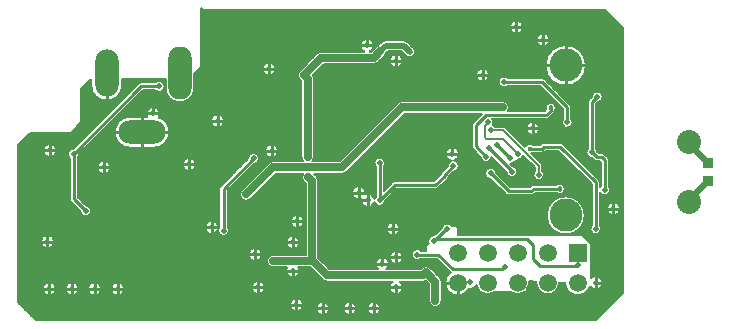
<source format=gbl>
G04*
G04 #@! TF.GenerationSoftware,Altium Limited,Altium Designer,21.0.8 (223)*
G04*
G04 Layer_Physical_Order=2*
G04 Layer_Color=16711680*
%FSLAX24Y24*%
%MOIN*%
G70*
G04*
G04 #@! TF.SameCoordinates,11726A0C-8756-45C8-9DEF-AB95AD2673E8*
G04*
G04*
G04 #@! TF.FilePolarity,Positive*
G04*
G01*
G75*
%ADD10C,0.0100*%
%ADD17C,0.0394*%
%ADD34R,0.0340X0.0318*%
%ADD64C,0.0200*%
%ADD67C,0.0250*%
%ADD68C,0.0080*%
%ADD69C,0.0800*%
%ADD70R,0.0591X0.0591*%
%ADD71C,0.0591*%
%ADD72C,0.1102*%
%ADD73C,0.0591*%
%ADD74O,0.1575X0.0787*%
%ADD75O,0.0787X0.1575*%
%ADD76O,0.0787X0.1772*%
%ADD77C,0.0200*%
%ADD78C,0.0180*%
%ADD79C,0.0170*%
%ADD80C,0.0050*%
D10*
X16523Y1900D02*
X16598Y1975D01*
X16625D01*
X14900Y1900D02*
X16523D01*
X18650Y8700D02*
Y9351D01*
Y8700D02*
X19301D01*
X18650Y8049D02*
Y8700D01*
X17999D02*
X18650D01*
X17900Y9550D02*
Y9750D01*
Y9550D02*
X18100D01*
X17700D02*
X17900D01*
Y9350D02*
Y9550D01*
X17006Y9978D02*
Y10178D01*
Y9978D02*
X17206D01*
X16806D02*
X17006D01*
Y9778D02*
Y9978D01*
X15679Y8379D02*
X15879D01*
X16079D01*
X15879D02*
Y8579D01*
Y8179D02*
Y8379D01*
X17550Y6600D02*
Y6800D01*
X12029Y9367D02*
Y9567D01*
X11829Y9367D02*
X12029D01*
X12229D01*
X13000Y8850D02*
Y9050D01*
X12800Y8850D02*
X13000D01*
Y8650D02*
Y8850D01*
X13200D01*
X17350Y6600D02*
X17550D01*
X17750D01*
X17550Y6400D02*
Y6600D01*
X14872Y5750D02*
Y5950D01*
Y5750D02*
X15072D01*
X14672D02*
X14872D01*
X20044Y3925D02*
X20244D01*
Y4125D01*
Y3925D02*
X20444D01*
X20244Y3725D02*
Y3925D01*
X19650Y1450D02*
Y1650D01*
Y1450D02*
X19850D01*
X19650Y1250D02*
Y1450D01*
X11550Y4450D02*
X11750D01*
X12900Y3250D02*
Y3450D01*
Y3250D02*
X13100D01*
X12700D02*
X12900D01*
Y3050D02*
Y3250D01*
X12056Y4200D02*
Y4400D01*
X11750Y4450D02*
X11950D01*
X11750D02*
Y4650D01*
Y4250D02*
Y4450D01*
X11856Y4200D02*
X12056D01*
Y4000D02*
Y4200D01*
X14655Y1450D02*
X15050D01*
Y1055D02*
Y1450D01*
X13000Y2300D02*
Y2500D01*
X12800Y2300D02*
X13000D01*
X13200D01*
X13000Y2100D02*
Y2300D01*
X12533Y2083D02*
Y2283D01*
X12333Y2083D02*
X12533D01*
X12733D01*
X13000Y1300D02*
X13200D01*
X13000Y1100D02*
Y1300D01*
X12800D02*
X13000D01*
X12050Y600D02*
X12250D01*
Y800D01*
Y600D02*
X12450D01*
X12250Y400D02*
Y600D01*
X8765Y8582D02*
Y8782D01*
Y8582D02*
X8965D01*
X8565D02*
X8765D01*
Y8382D02*
Y8582D01*
X8850Y5850D02*
X9050D01*
X8850Y5650D02*
Y5850D01*
Y6050D01*
X8650Y5850D02*
X8850D01*
X7050Y6850D02*
Y7050D01*
X6850Y6850D02*
X7050D01*
X7250D01*
X7050Y6650D02*
Y6850D01*
X4900Y7100D02*
Y7300D01*
Y7100D02*
X5100D01*
X4700D02*
X4900D01*
X4531Y6475D02*
Y6969D01*
X3350Y7556D02*
Y8444D01*
X4531Y6475D02*
X5418D01*
X4531Y5982D02*
Y6475D01*
X3644D02*
X4531D01*
X6100Y5400D02*
X6300D01*
X5900D02*
X6100D01*
Y5200D02*
Y5400D01*
Y5600D01*
X3250Y5300D02*
X3450D01*
X3250D02*
Y5500D01*
X3050Y5300D02*
X3250D01*
Y5100D02*
Y5300D01*
X1457Y5864D02*
Y6064D01*
Y5864D02*
X1657D01*
X1257D02*
X1457D01*
Y5664D02*
Y5864D01*
X9700Y3500D02*
X9900D01*
X9700Y3300D02*
Y3500D01*
X9500D02*
X9700D01*
Y3700D01*
X9550Y2800D02*
Y3000D01*
X11450Y600D02*
Y800D01*
X11250Y600D02*
X11450D01*
X11650D01*
X11450Y400D02*
Y600D01*
X10550D02*
Y800D01*
Y600D02*
X10750D01*
X10550Y400D02*
Y600D01*
X10350D02*
X10550D01*
X9550Y2800D02*
X9750D01*
X9350D02*
X9550D01*
Y2600D02*
Y2800D01*
X9350Y1850D02*
X9550D01*
X9750D01*
X9550Y1650D02*
Y1850D01*
X9675Y725D02*
Y925D01*
X9475Y725D02*
X9675D01*
Y525D02*
Y725D01*
X9875D01*
X6850Y3300D02*
Y3500D01*
Y3300D02*
X7050D01*
X6650D02*
X6850D01*
Y3100D02*
Y3300D01*
X8300Y2400D02*
X8500D01*
X8300D02*
Y2600D01*
X8100Y2400D02*
X8300D01*
Y2200D02*
Y2400D01*
X8400Y1300D02*
X8600D01*
X8400D02*
Y1500D01*
X8200Y1300D02*
X8400D01*
X3718Y1250D02*
X3918D01*
X8400Y1100D02*
Y1300D01*
X3718Y1050D02*
Y1250D01*
X3518D02*
X3718D01*
Y1450D01*
X2950Y1250D02*
Y1450D01*
Y1250D02*
X3150D01*
X2750D02*
X2950D01*
Y1050D02*
Y1250D01*
X2197Y1250D02*
Y1450D01*
X1997Y1250D02*
X2197D01*
Y1050D02*
Y1250D01*
X2397D01*
X1377Y2829D02*
Y3029D01*
Y2629D02*
Y2829D01*
X1577D01*
X1177D02*
X1377D01*
X1437Y1250D02*
Y1450D01*
X1237Y1250D02*
X1437D01*
Y1050D02*
Y1250D01*
X1637D01*
X16750Y4500D02*
X17498D01*
X16150Y5100D02*
X16750Y4500D01*
X16150Y5100D02*
Y5100D01*
X17498Y4500D02*
X17580Y4582D01*
X18450D01*
X18153Y7192D02*
Y7292D01*
X18011Y7050D02*
X18153Y7192D01*
X17448Y5923D02*
X17847D01*
X17914Y5990D01*
X18460D01*
X19650Y4800D01*
X16050Y6791D02*
Y6800D01*
X15650Y6000D02*
X15992Y5658D01*
X15650Y6000D02*
Y6700D01*
X16350Y6050D02*
X16800Y5600D01*
X16861Y5150D02*
Y5166D01*
X16092Y5934D02*
X16861Y5166D01*
X16092Y5934D02*
Y5950D01*
X19525Y5800D02*
X19537D01*
X19694Y5643D01*
X19525Y5800D02*
Y7475D01*
X19700Y7650D01*
X19694Y5643D02*
X19857D01*
X16000Y7050D02*
X18011D01*
X15650Y6700D02*
X16000Y7050D01*
X19857Y5643D02*
X19950Y5550D01*
Y4550D02*
Y5550D01*
X14617Y5018D02*
Y5056D01*
X14911Y5350D01*
X14299Y4700D02*
X14617Y5018D01*
X14675Y3250D02*
X14700D01*
X14265Y2865D02*
X14290D01*
X14675Y3250D01*
X22750Y6089D02*
Y6150D01*
X23039Y6243D02*
X23050D01*
X22750Y4150D02*
Y4218D01*
X2250Y4250D02*
X2650Y3850D01*
X2250Y4250D02*
Y5743D01*
X7245Y4595D02*
X8250Y5600D01*
X7245Y3195D02*
Y4595D01*
X2250Y5743D02*
X4507Y8000D01*
X5100D01*
X23400Y4807D02*
X23411D01*
X23389Y4857D02*
X23400D01*
X23389Y5450D02*
X23400D01*
X19650Y3250D02*
Y4800D01*
X16600Y8150D02*
X17850D01*
X18700Y7300D01*
Y6800D02*
Y7300D01*
X19045Y2050D02*
X19050D01*
X17800Y2000D02*
X18995D01*
X17550Y2250D02*
X17800Y2000D01*
X18995D02*
X19045Y2050D01*
X14406Y2394D02*
X14900Y1900D01*
X13700Y2394D02*
X14406D01*
X12450Y4228D02*
X12462Y4216D01*
X12450Y4228D02*
Y5450D01*
Y4200D02*
X12950Y4700D01*
X14299D01*
X14287Y2865D02*
X14322Y2900D01*
X17350D02*
X17550Y2700D01*
X14265Y2865D02*
X14287D01*
X14322Y2900D02*
X17350D01*
X14250Y2850D02*
X14265Y2865D01*
X17550Y2250D02*
Y2700D01*
D17*
X5791Y7952D02*
Y8936D01*
X4137Y6475D02*
X4925D01*
X3350Y8050D02*
Y8837D01*
D34*
X23400Y4857D02*
D03*
Y5450D02*
D03*
D64*
X12470Y9169D02*
X12651Y9350D01*
X13250D01*
X13450Y9150D01*
X22750Y4218D02*
X23389Y4857D01*
X22750Y6089D02*
X23389Y5450D01*
D67*
X13200Y7300D02*
X16550D01*
X11200Y5300D02*
X13200Y7300D01*
X8900Y5300D02*
X11200D01*
X8000Y4400D02*
X8900Y5300D01*
X10500Y8950D02*
X12251D01*
X9928Y8379D02*
X10500Y8950D01*
X12251D02*
X12470Y9169D01*
X13900Y1700D02*
X14000Y1800D01*
X10700Y1700D02*
X13900D01*
X10200Y2200D02*
X10700Y1700D01*
X14306Y850D02*
Y1494D01*
X14000Y1800D02*
X14306Y1494D01*
X10071Y4979D02*
X10200Y4850D01*
Y2200D02*
Y4850D01*
X10050Y5650D02*
Y8257D01*
X9928Y8379D02*
X10050Y8257D01*
X8907Y2179D02*
X10179D01*
X10200Y2200D01*
D68*
X15950Y6691D02*
X16050Y6791D01*
X15950Y6309D02*
Y6691D01*
X16009Y6250D02*
X16558D01*
X15950Y6309D02*
X16009Y6250D01*
X16558D02*
X17058Y5750D01*
X17750Y5050D02*
Y5350D01*
X16172Y6535D02*
X16565D01*
X17750Y5350D01*
D69*
X22750Y4150D02*
D03*
Y6150D02*
D03*
D70*
X19050Y2450D02*
D03*
D71*
X19050Y1450D02*
D03*
X18050Y2450D02*
D03*
Y1450D02*
D03*
X17050Y2450D02*
D03*
Y1450D02*
D03*
X16050Y2450D02*
D03*
X16050Y1450D02*
D03*
X15050Y2450D02*
D03*
Y1450D02*
D03*
X4137Y6475D02*
D03*
X4925D02*
D03*
X3350Y8837D02*
D03*
Y8050D02*
D03*
D72*
X18650Y3700D02*
D03*
Y8700D02*
D03*
D73*
X5791Y7952D02*
D03*
Y8936D02*
D03*
D74*
X4531Y6475D02*
D03*
D75*
X3350Y8444D02*
D03*
D76*
X5791Y8444D02*
D03*
D77*
X16625Y1975D02*
D03*
X19650Y1450D02*
D03*
X15475Y1475D02*
D03*
X17058Y5750D02*
D03*
X15992Y5658D02*
D03*
X16800Y5600D02*
D03*
X19525Y5800D02*
D03*
X16092Y5950D02*
D03*
X16550Y7300D02*
D03*
X16150Y6550D02*
D03*
X17750Y5050D02*
D03*
X16861Y5150D02*
D03*
X14911Y5350D02*
D03*
X14872Y5750D02*
D03*
X16050Y6800D02*
D03*
X16150Y5100D02*
D03*
X14700Y3250D02*
D03*
X12029Y9367D02*
D03*
X2650Y3850D02*
D03*
X8250Y5600D02*
D03*
X7245Y3195D02*
D03*
X8000Y4400D02*
D03*
X5100Y8000D02*
D03*
X3250Y5300D02*
D03*
X1457Y5864D02*
D03*
X2250Y5743D02*
D03*
X1377Y2829D02*
D03*
X3718Y1250D02*
D03*
X2950Y1250D02*
D03*
X2197Y1250D02*
D03*
X1437D02*
D03*
X8400Y1300D02*
D03*
X8900Y2150D02*
D03*
X8300Y2400D02*
D03*
X6850Y3300D02*
D03*
X6100Y5400D02*
D03*
X7050Y6850D02*
D03*
X4900Y7100D02*
D03*
X12450Y5450D02*
D03*
X11750Y4450D02*
D03*
X13000Y8850D02*
D03*
X15879Y8379D02*
D03*
X12450Y4200D02*
D03*
X10050Y5650D02*
D03*
X9928Y8379D02*
D03*
X8850Y5850D02*
D03*
X10071Y4979D02*
D03*
X12470Y9169D02*
D03*
X12056Y4200D02*
D03*
X8765Y8582D02*
D03*
X13450Y9150D02*
D03*
X16350Y6050D02*
D03*
X12900Y3250D02*
D03*
X19950Y4550D02*
D03*
X20244Y3925D02*
D03*
X19650Y3250D02*
D03*
X17900Y9550D02*
D03*
X17006Y9978D02*
D03*
X16600Y8150D02*
D03*
X17550Y6600D02*
D03*
X14000Y1800D02*
D03*
X14306Y850D02*
D03*
X18700Y6800D02*
D03*
X19700Y7650D02*
D03*
X10200Y2200D02*
D03*
X13000Y2300D02*
D03*
Y1300D02*
D03*
X12250Y600D02*
D03*
X11450D02*
D03*
X10550D02*
D03*
X9675Y725D02*
D03*
X9550Y1850D02*
D03*
Y2800D02*
D03*
X9700Y3500D02*
D03*
X12533Y2083D02*
D03*
X13700Y2394D02*
D03*
X14250Y2850D02*
D03*
X19050Y2050D02*
D03*
D78*
X18450Y4582D02*
D03*
X18153Y7292D02*
D03*
D79*
X17448Y5923D02*
D03*
D80*
X19706Y7465D02*
G03*
X19885Y7650I-6J185D01*
G01*
D02*
G03*
X19515Y7656I-185J0D01*
G01*
X19430Y7571D02*
G03*
X19390Y7475I95J-96D01*
G01*
X19430Y7570D02*
G03*
X19390Y7475I95J-95D01*
G01*
X18835Y7300D02*
G03*
X18795Y7395I-135J0D01*
G01*
X18835Y7300D02*
G03*
X18795Y7396I-135J0D01*
G01*
X19326Y8700D02*
G03*
X19326Y8700I-676J0D01*
G01*
X18288Y7180D02*
G03*
X18328Y7292I-134J112D01*
G01*
D02*
G03*
X17993Y7223I-175J0D01*
G01*
X18249Y7097D02*
G03*
X18288Y7180I-95J95D01*
G01*
X18248Y7097D02*
G03*
X18288Y7180I-95J96D01*
G01*
X19709Y5819D02*
G03*
X19660Y5926I-184J-19D01*
G01*
X20085Y5550D02*
G03*
X20045Y5645I-135J0D01*
G01*
X20085Y5550D02*
G03*
X20045Y5646I-135J0D01*
G01*
X19952Y5738D02*
G03*
X19857Y5778I-96J-95D01*
G01*
X19952Y5739D02*
G03*
X19857Y5778I-95J-95D01*
G01*
X19598Y5548D02*
G03*
X19694Y5508I95J95D01*
G01*
X19598Y5548D02*
G03*
X19694Y5508I96J95D01*
G01*
X19390Y5926D02*
G03*
X19531Y5615I135J-126D01*
G01*
X18565Y6926D02*
G03*
X18885Y6800I135J-126D01*
G01*
D02*
G03*
X18835Y6926I-185J0D01*
G01*
X18555Y6086D02*
G03*
X18460Y6125I-95J-95D01*
G01*
X18555Y6086D02*
G03*
X18460Y6125I-96J-95D01*
G01*
X18125Y9550D02*
G03*
X18125Y9550I-225J0D01*
G01*
X17231Y9978D02*
G03*
X17231Y9978I-225J0D01*
G01*
X13635Y9150D02*
G03*
X13581Y9281I-185J0D01*
G01*
X13635Y9150D02*
G03*
X13581Y9281I-185J0D01*
G01*
X17946Y8245D02*
G03*
X17850Y8285I-96J-95D01*
G01*
X17945Y8245D02*
G03*
X17850Y8285I-95J-95D01*
G01*
X18011Y6915D02*
G03*
X18107Y6955I0J135D01*
G01*
X18011Y6915D02*
G03*
X18106Y6955I0J135D01*
G01*
X16726Y8285D02*
G03*
X16726Y8015I-126J-135D01*
G01*
X16104Y8379D02*
G03*
X16104Y8379I-225J0D01*
G01*
X16726Y7185D02*
G03*
X16760Y7300I-176J115D01*
G01*
X17775Y6600D02*
G03*
X17775Y6600I-225J0D01*
G01*
X16760Y7300D02*
G03*
X16550Y7510I-210J0D01*
G01*
X16235Y6800D02*
G03*
X16195Y6915I-185J0D01*
G01*
X13381Y9481D02*
G03*
X13250Y9535I-131J-131D01*
G01*
X13381Y9481D02*
G03*
X13250Y9535I-131J-131D01*
G01*
X12651D02*
G03*
X12520Y9481I0J-185D01*
G01*
X12651Y9535D02*
G03*
X12520Y9481I0J-185D01*
G01*
X13319Y9019D02*
G03*
X13635Y9150I131J131D01*
G01*
X12619Y9021D02*
G03*
X12671Y9109I-148J148D01*
G01*
X12254Y9367D02*
G03*
X11941Y9160I-225J0D01*
G01*
X12410Y9370D02*
G03*
X12322Y9318I61J-201D01*
G01*
X12117Y9160D02*
G03*
X12254Y9367I-88J207D01*
G01*
X13319Y9019D02*
G03*
X13635Y9150I131J131D01*
G01*
X13225Y8850D02*
G03*
X13225Y8850I-225J0D01*
G01*
X13200Y7510D02*
G03*
X13051Y7448I0J-210D01*
G01*
X13200Y7510D02*
G03*
X13052Y7448I0J-210D01*
G01*
X12251Y8740D02*
G03*
X12400Y8802I0J210D01*
G01*
X12251Y8740D02*
G03*
X12400Y8802I0J210D01*
G01*
X17914Y6125D02*
G03*
X17818Y6086I0J-135D01*
G01*
X17914Y6125D02*
G03*
X17818Y6086I0J-135D01*
G01*
X17552Y6058D02*
G03*
X17290Y5986I-103J-135D01*
G01*
X16299Y6660D02*
G03*
X16218Y6722I-149J-110D01*
G01*
X16654Y6623D02*
G03*
X16565Y6660I-89J-88D01*
G01*
X16654Y6623D02*
G03*
X16565Y6660I-88J-88D01*
G01*
X16218Y6722D02*
G03*
X16235Y6800I-168J78D01*
G01*
X15555Y6796D02*
G03*
X15515Y6700I95J-96D01*
G01*
X15555Y6795D02*
G03*
X15515Y6700I95J-95D01*
G01*
Y6000D02*
G03*
X15555Y5905I135J0D01*
G01*
X15515Y6000D02*
G03*
X15555Y5904I135J0D01*
G01*
X17847Y5788D02*
G03*
X17942Y5828I0J135D01*
G01*
X17847Y5788D02*
G03*
X17942Y5828I0J135D01*
G01*
X17511Y5766D02*
G03*
X17552Y5788I-63J158D01*
G01*
X17875Y5350D02*
G03*
X17838Y5439I-125J0D01*
G01*
X17875Y5350D02*
G03*
X17838Y5438I-125J0D01*
G01*
X17050Y5565D02*
G03*
X17233Y5690I8J185D01*
G01*
X15807Y5652D02*
G03*
X16177Y5658I185J6D01*
G01*
X16802Y5415D02*
G03*
X16956Y5500I-2J185D01*
G01*
X15096Y5350D02*
G03*
X14933Y5534I-185J0D01*
G01*
Y5534D02*
G03*
X15097Y5750I-62J216D01*
G01*
D02*
G03*
X14853Y5526I-225J0D01*
G01*
Y5526D02*
G03*
X14726Y5356I58J-176D01*
G01*
X12585Y5324D02*
G03*
X12635Y5450I-135J126D01*
G01*
D02*
G03*
X12315Y5324I-185J0D01*
G01*
X19785Y4800D02*
G03*
X19745Y4895I-135J0D01*
G01*
X19785Y4800D02*
G03*
X19745Y4896I-135J0D01*
G01*
X20135Y4550D02*
G03*
X20085Y4676I-185J0D01*
G01*
X19785Y4466D02*
G03*
X20135Y4550I165J84D01*
G01*
X19815Y4676D02*
G03*
X19785Y4634I135J-126D01*
G01*
X20469Y3925D02*
G03*
X20469Y3925I-225J0D01*
G01*
X17625Y5186D02*
G03*
X17935Y5050I125J-136D01*
G01*
D02*
G03*
X17875Y5186I-185J0D01*
G01*
X18625Y4582D02*
G03*
X18339Y4717I-175J0D01*
G01*
Y4447D02*
G03*
X18625Y4582I111J135D01*
G01*
X19286Y3700D02*
G03*
X19286Y3700I-636J0D01*
G01*
X19835Y3250D02*
G03*
X19785Y3376I-185J0D01*
G01*
X19515D02*
G03*
X19835Y3250I135J-126D01*
G01*
X19875Y1450D02*
G03*
X19500Y1618I-225J0D01*
G01*
X19455Y1338D02*
G03*
X19875Y1450I195J112D01*
G01*
X18630Y1446D02*
G03*
X19455Y1338I420J4D01*
G01*
X17673Y1496D02*
G03*
X18430Y1450I377J-46D01*
G01*
X17046Y5150D02*
G03*
X16884Y5334I-185J0D01*
G01*
X16676Y5159D02*
G03*
X17046Y5150I185J-9D01*
G01*
X14917Y5165D02*
G03*
X15096Y5350I-6J185D01*
G01*
X14521Y5152D02*
G03*
X14483Y5075I95J-96D01*
G01*
X14521Y5151D02*
G03*
X14483Y5075I95J-95D01*
G01*
X14712Y4923D02*
G03*
X14750Y4998I-95J95D01*
G01*
X14712Y4922D02*
G03*
X14750Y4998I-95J96D01*
G01*
X17580Y4717D02*
G03*
X17485Y4678I0J-135D01*
G01*
X17580Y4717D02*
G03*
X17485Y4678I0J-135D01*
G01*
X17498Y4365D02*
G03*
X17594Y4405I0J135D01*
G01*
X17498Y4365D02*
G03*
X17593Y4405I0J135D01*
G01*
X16654Y4405D02*
G03*
X16750Y4365I96J95D01*
G01*
X16655Y4405D02*
G03*
X16750Y4365I95J95D01*
G01*
X16335Y5106D02*
G03*
X16144Y4915I-185J-6D01*
G01*
X14299Y4565D02*
G03*
X14394Y4605I0J135D01*
G01*
X14299Y4565D02*
G03*
X14394Y4605I0J135D01*
G01*
X14856Y3350D02*
G03*
X14518Y3284I-156J-100D01*
G01*
X14268Y3034D02*
G03*
X14079Y2779I-18J-184D01*
G01*
X12950Y4835D02*
G03*
X12855Y4795I0J-135D01*
G01*
X12950Y4835D02*
G03*
X12854Y4795I0J-135D01*
G01*
X13125Y3250D02*
G03*
X13125Y3250I-225J0D01*
G01*
X12274Y4143D02*
G03*
X12635Y4194I176J57D01*
G01*
X11971Y4408D02*
G03*
X11975Y4450I-221J42D01*
G01*
X12274Y4257D02*
G03*
X11971Y4408I-218J-57D01*
G01*
X11975Y4450D02*
G03*
X11835Y4242I-225J0D01*
G01*
X12315Y4326D02*
G03*
X12274Y4257I135J-126D01*
G01*
X11835Y4242D02*
G03*
X12274Y4143I221J-42D01*
G01*
X17430Y1450D02*
G03*
X17426Y1509I-380J0D01*
G01*
X14149Y1948D02*
G03*
X13852Y1948I-149J-148D01*
G01*
X14148D02*
G03*
X13851Y1948I-148J-148D01*
G01*
X13826Y2529D02*
G03*
X13826Y2259I-126J-135D01*
G01*
X14516Y1494D02*
G03*
X14455Y1642I-210J0D01*
G01*
X14516Y1494D02*
G03*
X14455Y1642I-210J0D01*
G01*
X13900Y1490D02*
G03*
X13992Y1511I0J210D01*
G01*
X13900Y1490D02*
G03*
X13992Y1511I0J210D01*
G01*
X17350Y1216D02*
G03*
X17430Y1450I-300J234D01*
G01*
X15677Y1376D02*
G03*
X15757Y1207I373J74D01*
G01*
X16816Y1150D02*
G03*
X17284Y1150I234J300D01*
G01*
X15816D02*
G03*
X16284Y1150I234J300D01*
G01*
X15423Y1256D02*
G03*
X15677Y1376I52J219D01*
G01*
X14813Y1797D02*
G03*
X15423Y1256I237J-347D01*
G01*
X14096Y850D02*
G03*
X14516Y850I210J0D01*
G01*
X13225Y2300D02*
G03*
X13225Y2300I-225J0D01*
G01*
X12758Y2083D02*
G03*
X12389Y1910I-225J0D01*
G01*
X12677D02*
G03*
X12758Y2083I-144J173D01*
G01*
X13225Y1300D02*
G03*
X13121Y1490I-225J0D01*
G01*
X12879D02*
G03*
X13225Y1300I121J-190D01*
G01*
X12475Y600D02*
G03*
X12475Y600I-225J0D01*
G01*
X10500Y9160D02*
G03*
X10351Y9098I0J-210D01*
G01*
X10500Y9160D02*
G03*
X10351Y9098I0J-210D01*
G01*
X10260Y8257D02*
G03*
X10223Y8376I-210J0D01*
G01*
X10260Y8257D02*
G03*
X10223Y8376I-210J0D01*
G01*
X9780Y8527D02*
G03*
X9780Y8230I148J-148D01*
G01*
X8990Y8582D02*
G03*
X8990Y8582I-225J0D01*
G01*
X9780Y8528D02*
G03*
X9780Y8230I148J-149D01*
G01*
X11200Y5090D02*
G03*
X11348Y5152I0J210D01*
G01*
X11200Y5090D02*
G03*
X11349Y5152I0J210D01*
G01*
X9840Y5650D02*
G03*
X9893Y5510I210J0D01*
G01*
X10207D02*
G03*
X10260Y5650I-157J140D01*
G01*
X9075Y5850D02*
G03*
X9075Y5850I-225J0D01*
G01*
X8900Y5510D02*
G03*
X8751Y5448I0J-210D01*
G01*
X8900Y5510D02*
G03*
X8752Y5448I0J-210D01*
G01*
X4507Y8135D02*
G03*
X4411Y8095I0J-135D01*
G01*
X4507Y8135D02*
G03*
X4411Y8095I0J-135D01*
G01*
X5285Y8000D02*
G03*
X4974Y8135I-185J0D01*
G01*
Y7865D02*
G03*
X5285Y8000I126J135D01*
G01*
X5312Y7952D02*
G03*
X6270Y7952I479J0D01*
G01*
X7275Y6850D02*
G03*
X7275Y6850I-225J0D01*
G01*
X5125Y7100D02*
G03*
X4702Y6994I-225J0D01*
G01*
X5444Y6475D02*
G03*
X5083Y6969I-519J0D01*
G01*
D02*
G03*
X5125Y7100I-183J131D01*
G01*
X2831Y8050D02*
G03*
X3869Y8050I519J0D01*
G01*
X4137Y6994D02*
G03*
X4137Y5957I0J-519D01*
G01*
X8435Y5600D02*
G03*
X8065Y5606I-185J0D01*
G01*
X4925Y5957D02*
G03*
X5444Y6475I0J519D01*
G01*
X8256Y5415D02*
G03*
X8435Y5600I-6J185D01*
G01*
X6325Y5400D02*
G03*
X6325Y5400I-225J0D01*
G01*
X3475Y5300D02*
G03*
X3475Y5300I-225J0D01*
G01*
X2385Y5617D02*
G03*
X2435Y5737I-135J126D01*
G01*
X2244Y5928D02*
G03*
X2115Y5617I6J-185D01*
G01*
X1682Y5864D02*
G03*
X1682Y5864I-225J0D01*
G01*
X10410Y4850D02*
G03*
X10348Y4998I-210J0D01*
G01*
X10410Y4850D02*
G03*
X10348Y4999I-210J0D01*
G01*
X9893Y5090D02*
G03*
X9923Y4830I178J-111D01*
G01*
X9925Y3500D02*
G03*
X9925Y3500I-225J0D01*
G01*
X9775Y2800D02*
G03*
X9775Y2800I-225J0D01*
G01*
X11675Y600D02*
G03*
X11675Y600I-225J0D01*
G01*
X10551Y1552D02*
G03*
X10700Y1490I149J148D01*
G01*
X10552Y1552D02*
G03*
X10700Y1490I148J148D01*
G01*
X10775Y600D02*
G03*
X10775Y600I-225J0D01*
G01*
X9359Y1969D02*
G03*
X9775Y1850I191J-119D01*
G01*
D02*
G03*
X9741Y1969I-225J0D01*
G01*
X9900Y725D02*
G03*
X9900Y725I-225J0D01*
G01*
X7149Y4690D02*
G03*
X7110Y4595I95J-95D01*
G01*
X7150Y4690D02*
G03*
X7110Y4595I95J-96D01*
G01*
X7852Y4548D02*
G03*
X8148Y4252I148J-148D01*
G01*
X7110Y3321D02*
G03*
X7071Y3259I135J-126D01*
G01*
X7062Y3225D02*
G03*
X7430Y3195I182J-31D01*
G01*
D02*
G03*
X7380Y3321I-185J0D01*
G01*
X2835Y3850D02*
G03*
X2656Y4035I-185J0D01*
G01*
X2465Y3844D02*
G03*
X2835Y3850I185J6D01*
G01*
X7071Y3259D02*
G03*
X7075Y3300I-221J41D01*
G01*
D02*
G03*
X7062Y3225I-225J0D01*
G01*
X2115Y4250D02*
G03*
X2155Y4155I135J0D01*
G01*
X2115Y4250D02*
G03*
X2155Y4154I135J0D01*
G01*
X8907Y2389D02*
G03*
X8759Y2030I0J-210D01*
G01*
X8525Y2400D02*
G03*
X8525Y2400I-225J0D01*
G01*
X8759Y2030D02*
G03*
X8939Y1969I141J120D01*
G01*
X8625Y1300D02*
G03*
X8625Y1300I-225J0D01*
G01*
X3943Y1250D02*
G03*
X3943Y1250I-225J0D01*
G01*
X3175Y1250D02*
G03*
X3175Y1250I-225J0D01*
G01*
X2422Y1250D02*
G03*
X2422Y1250I-225J0D01*
G01*
X1602Y2829D02*
G03*
X1602Y2829I-225J0D01*
G01*
X1662Y1250D02*
G03*
X1662Y1250I-225J0D01*
G01*
X19324Y8640D02*
X20550D01*
X19319Y8600D02*
X20550D01*
X19326Y8680D02*
X20550D01*
X19302Y8520D02*
X20550D01*
X19312Y8560D02*
X20550D01*
X19274Y8440D02*
X20550D01*
X19289Y8480D02*
X20550D01*
X19234Y8360D02*
X20550D01*
X19256Y8400D02*
X20550D01*
X19180Y8280D02*
X20550D01*
X19146Y8240D02*
X20550D01*
X19209Y8320D02*
X20550D01*
X19808Y7800D02*
X20550D01*
X19105Y8200D02*
X20550D01*
X18998Y8120D02*
X20550D01*
X19057Y8160D02*
X20550D01*
X18797Y8040D02*
X20550D01*
X18920Y8080D02*
X20550D01*
X19105Y9200D02*
X20550D01*
X19146Y9160D02*
X20550D01*
X19950Y10550D02*
X20550Y9950D01*
X19209Y9080D02*
X20550D01*
X19180Y9120D02*
X20550D01*
X18920Y9320D02*
X20550D01*
X18797Y9360D02*
X20550D01*
X19057Y9240D02*
X20550D01*
X18998Y9280D02*
X20550D01*
X19312Y8840D02*
X20550D01*
X19319Y8800D02*
X20550D01*
X19302Y8880D02*
X20550D01*
X19326Y8720D02*
X20550D01*
X19324Y8760D02*
X20550D01*
X19256Y9000D02*
X20550D01*
X19234Y9040D02*
X20550D01*
X19289Y8920D02*
X20550D01*
X19274Y8960D02*
X20550D01*
X19883Y7680D02*
X20550D01*
X19885Y7640D02*
X20550D01*
X19871Y7720D02*
X20550D01*
X19862Y7560D02*
X20550D01*
X19878Y7600D02*
X20550D01*
X19832Y7520D02*
X20550D01*
X19849Y7760D02*
X20550D01*
X19773Y7480D02*
X20550D01*
X19660Y7240D02*
X20550D01*
X19660Y7200D02*
X20550D01*
X19681Y7440D02*
X20550D01*
X19660Y7120D02*
X20550D01*
X19660Y7160D02*
X20550D01*
X19660Y7360D02*
X20550D01*
X19660Y7400D02*
X20550D01*
X19660Y7280D02*
X20550D01*
X19660Y7320D02*
X20550D01*
X19660Y7419D02*
X19706Y7465D01*
X19430Y7571D02*
X19515Y7656D01*
X19660Y5926D02*
Y7419D01*
X19390Y5926D02*
Y7475D01*
X18835Y7200D02*
X19390D01*
X18835Y7240D02*
X19390D01*
X18835Y7120D02*
X19390D01*
X18835Y7160D02*
X19390D01*
X18834Y7320D02*
X19390D01*
X18821Y7360D02*
X19390D01*
X18835Y7280D02*
X19390D01*
X18835Y6926D02*
Y7300D01*
X17230Y10000D02*
X20500D01*
X17230Y9960D02*
X20540D01*
X17222Y10040D02*
X20460D01*
X17981Y9760D02*
X20550D01*
X17223Y9920D02*
X20550D01*
X17208Y9880D02*
X20550D01*
X17206Y10080D02*
X20420D01*
X17144Y9800D02*
X20550D01*
X17184Y9840D02*
X20550D01*
X18119Y9600D02*
X20550D01*
X18125Y9560D02*
X20550D01*
X18106Y9640D02*
X20550D01*
X18114Y9480D02*
X20550D01*
X18123Y9520D02*
X20550D01*
X18084Y9680D02*
X20550D01*
X18047Y9720D02*
X20550D01*
X18068Y9400D02*
X20550D01*
X18096Y9440D02*
X20550D01*
X17138Y10160D02*
X20340D01*
X17180Y10120D02*
X20380D01*
X18021Y9360D02*
X18503D01*
X17041Y10200D02*
X20300D01*
X13542Y9320D02*
X18380D01*
X13582Y9280D02*
X18302D01*
X13612Y9240D02*
X18243D01*
X18111Y8080D02*
X18380D01*
X18151Y8040D02*
X18503D01*
X13628Y9200D02*
X18195D01*
X18071Y8120D02*
X18302D01*
X18031Y8160D02*
X18243D01*
X18311Y7880D02*
X20550D01*
X18351Y7840D02*
X20550D01*
X18391Y7800D02*
X19592D01*
X18431Y7760D02*
X19551D01*
X18471Y7720D02*
X19529D01*
X18231Y7960D02*
X20550D01*
X18191Y8000D02*
X20550D01*
X18271Y7920D02*
X20550D01*
X17946Y8245D02*
X18795Y7396D01*
X18631Y7560D02*
X19420D01*
X18671Y7520D02*
X19398D01*
X18711Y7480D02*
X19390D01*
X18791Y7400D02*
X19390D01*
X18751Y7440D02*
X19390D01*
X18511Y7680D02*
X19517D01*
X18551Y7640D02*
X19499D01*
X18591Y7600D02*
X19459D01*
X18232Y7080D02*
X18565D01*
X18315Y7360D02*
X18449D01*
X18326Y7320D02*
X18489D01*
X18291Y7400D02*
X18409D01*
X18328Y7280D02*
X18529D01*
X18247Y7440D02*
X18369D01*
X16658Y7480D02*
X18329D01*
X17794Y8015D02*
X18565Y7244D01*
X18302Y7200D02*
X18565D01*
X18320Y7240D02*
X18565D01*
Y6926D02*
Y7244D01*
X18284Y7160D02*
X18565D01*
X18267Y7120D02*
X18565D01*
X18107Y6955D02*
X18248Y7097D01*
X19660Y6280D02*
X20550D01*
X19660Y6240D02*
X20550D01*
X19660Y6320D02*
X20550D01*
X19660Y6160D02*
X20550D01*
X19660Y6200D02*
X20550D01*
X19660Y7040D02*
X20550D01*
X19660Y7080D02*
X20550D01*
X19660Y6360D02*
X20550D01*
X19660Y6400D02*
X20550D01*
X19666Y5920D02*
X20550D01*
X19692Y5880D02*
X20550D01*
X19660Y5960D02*
X20550D01*
X19728Y5800D02*
X20550D01*
X19706Y5840D02*
X20550D01*
X19660Y6080D02*
X20550D01*
X19660Y6120D02*
X20550D01*
X19660Y6000D02*
X20550D01*
X19660Y6040D02*
X20550D01*
X19660Y6800D02*
X20550D01*
X19660Y6760D02*
X20550D01*
X19660Y6840D02*
X20550D01*
X19660Y6680D02*
X20550D01*
X19660Y6720D02*
X20550D01*
X19660Y6960D02*
X20550D01*
X19660Y7000D02*
X20550D01*
X19660Y6880D02*
X20550D01*
X19660Y6920D02*
X20550D01*
X19660Y6440D02*
X20550D01*
X19660Y6480D02*
X20550D01*
X19709Y5819D02*
X19749Y5778D01*
X19660Y6600D02*
X20550D01*
X19660Y6640D02*
X20550D01*
X19660Y6520D02*
X20550D01*
X19660Y6560D02*
X20550D01*
X20051Y5640D02*
X20550D01*
X20075Y5600D02*
X20550D01*
X20011Y5680D02*
X20550D01*
X19925Y5760D02*
X20550D01*
X19971Y5720D02*
X20550D01*
X19952Y5738D02*
X20045Y5646D01*
X20085Y5360D02*
X20550D01*
X20085Y5320D02*
X20550D01*
X20085Y5400D02*
X20550D01*
X20085Y5240D02*
X20550D01*
X20085Y5280D02*
X20550D01*
X20085Y5520D02*
X20550D01*
X20085Y5560D02*
X20550D01*
X20085Y5440D02*
X20550D01*
X20085Y5480D02*
X20550D01*
X19749Y5778D02*
X19857D01*
X19531Y5615D02*
X19598Y5548D01*
X19041Y5600D02*
X19546D01*
X19121Y5520D02*
X19639D01*
X19081Y5560D02*
X19586D01*
X19321Y5320D02*
X19815D01*
X19694Y5508D02*
X19801D01*
X19401Y5240D02*
X19815D01*
X19361Y5280D02*
X19815D01*
X19201Y5440D02*
X19815D01*
X19161Y5480D02*
X19815D01*
X19281Y5360D02*
X19815D01*
X19241Y5400D02*
X19815D01*
X18835Y6960D02*
X19390D01*
X18881Y6760D02*
X19390D01*
X18835Y7000D02*
X19390D01*
X18841Y6680D02*
X19390D01*
X18867Y6720D02*
X19390D01*
X18835Y7040D02*
X19390D01*
X18835Y7080D02*
X19390D01*
X17775Y6600D02*
X19390D01*
X18793Y6640D02*
X19390D01*
X17760Y6520D02*
X19390D01*
X17740Y6480D02*
X19390D01*
X17771Y6560D02*
X19390D01*
X17653Y6400D02*
X19390D01*
X17708Y6440D02*
X19390D01*
X16957Y6320D02*
X19390D01*
X16917Y6360D02*
X19390D01*
X17037Y6240D02*
X19390D01*
X16997Y6280D02*
X19390D01*
X18841Y6920D02*
X19390D01*
X18867Y6880D02*
X19390D01*
X18192Y7040D02*
X18565D01*
X18112Y6960D02*
X18565D01*
X18152Y7000D02*
X18565D01*
X18047Y6920D02*
X18559D01*
X16217Y6880D02*
X18533D01*
X18885Y6800D02*
X19390D01*
X18881Y6840D02*
X19390D01*
X17771Y6640D02*
X18607D01*
X17760Y6680D02*
X18559D01*
X16231Y6840D02*
X18519D01*
X17653Y6800D02*
X18515D01*
X17740Y6720D02*
X18533D01*
X17708Y6760D02*
X18519D01*
X18641Y6000D02*
X19390D01*
X18681Y5960D02*
X19390D01*
X18601Y6040D02*
X19390D01*
X18721Y5920D02*
X19384D01*
X18761Y5880D02*
X19358D01*
X17117Y6160D02*
X19390D01*
X17077Y6200D02*
X19390D01*
X18561Y6080D02*
X19390D01*
X18497Y6120D02*
X19390D01*
X18881Y5760D02*
X19344D01*
X18921Y5720D02*
X19358D01*
X18841Y5800D02*
X19340D01*
X19001Y5640D02*
X19432D01*
X18961Y5680D02*
X19384D01*
X18801Y5840D02*
X19344D01*
X17875Y5320D02*
X18939D01*
X17875Y5240D02*
X19019D01*
X17875Y5280D02*
X18979D01*
X17914Y6125D02*
X18460D01*
X17954Y5840D02*
X18419D01*
X17969Y5855D02*
X18404D01*
X17517Y5760D02*
X18499D01*
X17901Y5800D02*
X18459D01*
X17597Y5680D02*
X18579D01*
X17557Y5720D02*
X18539D01*
X17837Y5440D02*
X18819D01*
X17797Y5480D02*
X18779D01*
X17875Y5360D02*
X18899D01*
X17865Y5400D02*
X18859D01*
X17677Y5600D02*
X18659D01*
X17637Y5640D02*
X18619D01*
X17757Y5520D02*
X18739D01*
X17717Y5560D02*
X18699D01*
X13635Y9160D02*
X18154D01*
X13633Y9120D02*
X18120D01*
X13621Y9080D02*
X18091D01*
X13599Y9040D02*
X18066D01*
X16095Y8440D02*
X18026D01*
X16103Y8400D02*
X18044D01*
X16080Y8480D02*
X18011D01*
X16673Y8320D02*
X18091D01*
X16103Y8360D02*
X18066D01*
X13558Y9000D02*
X18044D01*
X15920Y8600D02*
X17981D01*
X16054Y8520D02*
X17998D01*
X16012Y8560D02*
X17988D01*
X17062Y9760D02*
X17819D01*
X13323Y9520D02*
X17677D01*
X13382Y9480D02*
X17686D01*
X13381Y9481D02*
X13581Y9281D01*
X13462Y9400D02*
X17732D01*
X13422Y9440D02*
X17704D01*
X13502Y9360D02*
X17779D01*
X17886Y8280D02*
X18120D01*
X17991Y8200D02*
X18195D01*
X17951Y8240D02*
X18154D01*
X16707Y7440D02*
X18059D01*
X16726Y8285D02*
X17850D01*
X16735Y7400D02*
X18015D01*
X16751Y7360D02*
X17992D01*
X16759Y7320D02*
X17980D01*
X17955Y7185D02*
X17993Y7223D01*
X16759Y7280D02*
X17979D01*
X16751Y7240D02*
X17986D01*
X16735Y7200D02*
X17970D01*
X16195Y6915D02*
X18011D01*
X16726Y7185D02*
X17955D01*
X16096Y8320D02*
X16527D01*
X16081Y8280D02*
X16468D01*
X16056Y8240D02*
X16438D01*
X16726Y8015D02*
X17794D01*
X16015Y8200D02*
X16422D01*
X15931Y8160D02*
X16415D01*
X16708Y8000D02*
X17809D01*
X16235Y6800D02*
X17447D01*
X15555Y6796D02*
X15849Y7090D01*
X12728Y9165D02*
X13173D01*
X13319Y9019D01*
X12671Y9109D02*
X12728Y9165D01*
X12145Y9560D02*
X17675D01*
X12651Y9535D02*
X13250D01*
X12683Y9120D02*
X13218D01*
X13121Y9040D02*
X13298D01*
X12723Y9160D02*
X13178D01*
X13168Y9000D02*
X13342D01*
X12660Y9080D02*
X13258D01*
X12636Y9040D02*
X12879D01*
X12598Y9000D02*
X12832D01*
X12194Y9520D02*
X12578D01*
X12224Y9480D02*
X12519D01*
X12242Y9440D02*
X12479D01*
X12410Y9370D02*
X12520Y9481D01*
X12252Y9400D02*
X12439D01*
X12254Y9360D02*
X12382D01*
X12249Y9320D02*
X12324D01*
X12237Y9280D02*
X12284D01*
X12117Y9160D02*
X12164D01*
X12322Y9318D01*
X12117Y9160D02*
X12164D01*
X13214Y8920D02*
X18011D01*
X13223Y8880D02*
X17998D01*
X13225Y8840D02*
X17988D01*
X13219Y8800D02*
X17981D01*
X13206Y8760D02*
X17976D01*
X13196Y8960D02*
X18026D01*
X13184Y8720D02*
X17974D01*
X13081Y8640D02*
X17976D01*
X13147Y8680D02*
X17974D01*
X13200Y7510D02*
X16550D01*
X13287Y7090D02*
X15849D01*
X13277Y7080D02*
X15839D01*
X13237Y7040D02*
X15799D01*
X13197Y7000D02*
X15759D01*
X13157Y6960D02*
X15719D01*
X13117Y6920D02*
X15679D01*
X13077Y6880D02*
X15639D01*
X13037Y6840D02*
X15599D01*
X12558Y8960D02*
X12804D01*
X12518Y8920D02*
X12786D01*
X12478Y8880D02*
X12777D01*
X12400Y8802D02*
X12619Y9021D01*
X12438Y8840D02*
X12775D01*
X12341Y8760D02*
X12794D01*
X12398Y8800D02*
X12781D01*
X16837Y6440D02*
X17392D01*
X16877Y6400D02*
X17447D01*
X16231Y6760D02*
X17392D01*
X16223Y6720D02*
X17360D01*
X16797Y6480D02*
X17360D01*
X16757Y6520D02*
X17340D01*
X17552Y6058D02*
X17791D01*
X17942Y5828D02*
X17969Y5855D01*
X17791Y6058D02*
X17818Y6086D01*
X17157Y6120D02*
X17876D01*
X17197Y6080D02*
X17382D01*
X17515D02*
X17812D01*
X16282Y6680D02*
X17340D01*
X16299Y6660D02*
X16565D01*
X15515Y6000D02*
Y6700D01*
X16717Y6560D02*
X17329D01*
X16677Y6600D02*
X17325D01*
X17237Y6040D02*
X17325D01*
X16654Y6623D02*
X17290Y5986D01*
X16633Y6640D02*
X17329D01*
X15091Y5800D02*
X15659D01*
X17552Y5788D02*
X17847D01*
X17511Y5766D02*
X17838Y5439D01*
X17166Y5600D02*
X17323D01*
X17207Y5640D02*
X17283D01*
X17233Y5690D02*
X17625Y5298D01*
X17050Y5560D02*
X17363D01*
X16941Y5480D02*
X17443D01*
X17020Y5520D02*
X17403D01*
X16992Y5280D02*
X17625D01*
X16817Y5400D02*
X17523D01*
X16893Y5440D02*
X17483D01*
X16934Y5320D02*
X17603D01*
X16857Y5360D02*
X17563D01*
X16149Y5560D02*
X16275D01*
X16168Y5600D02*
X16235D01*
X17000Y5500D02*
X17050Y5550D01*
X16116Y5520D02*
X16315D01*
X15095Y5720D02*
X15739D01*
X15096Y5760D02*
X15699D01*
X15555Y5904D02*
X15807Y5652D01*
X16956Y5500D02*
X17000D01*
X16802Y5415D02*
X16884Y5334D01*
X16193Y5280D02*
X16555D01*
X15089Y5400D02*
X16435D01*
X16044Y5480D02*
X16355D01*
X15093Y5320D02*
X16515D01*
X15096Y5360D02*
X16475D01*
X12997Y6800D02*
X15559D01*
X12957Y6760D02*
X15529D01*
X12917Y6720D02*
X15516D01*
X12837Y6640D02*
X15515D01*
X12877Y6680D02*
X15515D01*
X12757Y6560D02*
X15515D01*
X12797Y6600D02*
X15515D01*
X12677Y6480D02*
X15515D01*
X12717Y6520D02*
X15515D01*
X14952Y5960D02*
X15521D01*
X15019Y5920D02*
X15541D01*
X12637Y6440D02*
X15515D01*
X15078Y5840D02*
X15619D01*
X15055Y5880D02*
X15579D01*
X12277Y6080D02*
X15515D01*
X12317Y6120D02*
X15515D01*
X12197Y6000D02*
X15515D01*
X12237Y6040D02*
X15515D01*
X12557Y6360D02*
X15515D01*
X12517Y6320D02*
X15515D01*
X12597Y6400D02*
X15515D01*
X12477Y6280D02*
X15515D01*
X12397Y6200D02*
X15515D01*
X12437Y6240D02*
X15515D01*
X12357Y6160D02*
X15515D01*
X12157Y5960D02*
X14791D01*
X12117Y5920D02*
X14724D01*
X12077Y5880D02*
X14688D01*
X12037Y5840D02*
X14665D01*
X11997Y5800D02*
X14652D01*
X11917Y5720D02*
X14649D01*
X11957Y5760D02*
X14647D01*
X15068Y5640D02*
X15808D01*
X15039Y5600D02*
X15817D01*
X15085Y5680D02*
X15779D01*
X14992Y5560D02*
X15835D01*
X12599D02*
X14751D01*
X15042Y5480D02*
X15941D01*
X15072Y5440D02*
X16395D01*
X14984Y5520D02*
X15869D01*
X15082Y5280D02*
X16107D01*
X15060Y5240D02*
X16029D01*
X12621Y5520D02*
X14838D01*
X12633Y5480D02*
X14779D01*
X12635Y5440D02*
X14749D01*
X12628Y5400D02*
X14733D01*
X11837Y5640D02*
X14675D01*
X12558Y5600D02*
X14704D01*
X11877Y5680D02*
X14658D01*
X11797Y5600D02*
X12342D01*
X11757Y5560D02*
X12301D01*
X11717Y5520D02*
X12279D01*
X11677Y5480D02*
X12267D01*
X12612Y5360D02*
X14726D01*
X11637Y5440D02*
X12265D01*
X12585Y5320D02*
X14690D01*
X12585Y5280D02*
X14650D01*
X11557Y5360D02*
X12288D01*
X11597Y5400D02*
X12272D01*
X11477Y5280D02*
X12315D01*
X11517Y5320D02*
X12315D01*
X20085Y5000D02*
X20550D01*
X20085Y4960D02*
X20550D01*
X20085Y5040D02*
X20550D01*
X20085Y4680D02*
X20550D01*
X20085Y4720D02*
X20550D01*
X20085Y5160D02*
X20550D01*
X20085Y5200D02*
X20550D01*
X20085Y5080D02*
X20550D01*
X20085Y5120D02*
X20550D01*
X20128Y4600D02*
X20550D01*
X20135Y4560D02*
X20550D01*
X20112Y4640D02*
X20550D01*
X20121Y4480D02*
X20550D01*
X20133Y4520D02*
X20550D01*
X20058Y4400D02*
X20550D01*
X20099Y4440D02*
X20550D01*
X19785Y4320D02*
X20550D01*
X19785Y4360D02*
X20550D01*
X20085Y4920D02*
X20550D01*
X20085Y4880D02*
X20550D01*
X19759D02*
X19815D01*
X20085Y4676D02*
Y5550D01*
X19815Y4676D02*
Y5494D01*
X19721Y4920D02*
X19815D01*
X19681Y4960D02*
X19815D01*
X20085Y4800D02*
X20550D01*
X20085Y4760D02*
X20550D01*
X20085Y4840D02*
X20550D01*
X19785Y4400D02*
X19842D01*
X19779Y4840D02*
X19815D01*
X19785Y4634D02*
Y4800D01*
X20407Y4080D02*
X20550D01*
X20437Y4040D02*
X20550D01*
X20356Y4120D02*
X20550D01*
Y1100D02*
Y9950D01*
X20456Y4000D02*
X20550D01*
X19785Y4240D02*
X20550D01*
X19785Y4280D02*
X20550D01*
X19785Y4160D02*
X20550D01*
X19785Y4200D02*
X20550D01*
X20469Y3920D02*
X20550D01*
X20465Y3880D02*
X20550D01*
X20466Y3960D02*
X20550D01*
X20431Y3800D02*
X20550D01*
X20452Y3840D02*
X20550D01*
X20337Y3720D02*
X20550D01*
X20397Y3760D02*
X20550D01*
X19785Y3640D02*
X20550D01*
X19785Y3680D02*
X20550D01*
X19785Y4000D02*
X20032D01*
X19785Y3960D02*
X20022D01*
X19785Y4120D02*
X20132D01*
X19785Y4080D02*
X20081D01*
X19785Y4040D02*
X20051D01*
X19785Y3376D02*
Y4466D01*
Y3760D02*
X20091D01*
X19785Y3720D02*
X20151D01*
X19785Y3880D02*
X20024D01*
X19785Y3920D02*
X20019D01*
X19785Y3800D02*
X20057D01*
X19785Y3840D02*
X20036D01*
X19521Y5120D02*
X19815D01*
X19561Y5080D02*
X19815D01*
X19481Y5160D02*
X19815D01*
X19641Y5000D02*
X19815D01*
X19601Y5040D02*
X19815D01*
X19441Y5200D02*
X19815D01*
X18555Y6086D02*
X19745Y4896D01*
X18404Y5855D02*
X19515Y4744D01*
X16601Y4840D02*
X19419D01*
X18615Y4640D02*
X19515D01*
X18624Y4600D02*
X19515D01*
X18595Y4680D02*
X19515D01*
X18613Y4520D02*
X19515D01*
X18624Y4560D02*
X19515D01*
X16681Y4760D02*
X19499D01*
X16641Y4800D02*
X19459D01*
X18592Y4480D02*
X19515D01*
X18558Y4720D02*
X19515D01*
X17921Y5120D02*
X19139D01*
X17933Y5080D02*
X19179D01*
X17899Y5160D02*
X19099D01*
X17928Y5000D02*
X19259D01*
X17935Y5040D02*
X19219D01*
X17875Y5200D02*
X19059D01*
X17875Y5186D02*
Y5350D01*
X17882Y4920D02*
X19339D01*
X17912Y4960D02*
X19299D01*
X17823Y4880D02*
X19379D01*
X16721Y4720D02*
X18342D01*
X16561Y4880D02*
X17677D01*
X17636Y4447D02*
X18339D01*
X17580Y4717D02*
X18339D01*
X19188Y4040D02*
X19515D01*
X19211Y4000D02*
X19515D01*
X19160Y4080D02*
X19515D01*
Y3376D02*
Y4744D01*
X19231Y3960D02*
X19515D01*
X19043Y4200D02*
X19515D01*
X18986Y4240D02*
X19515D01*
X19128Y4120D02*
X19515D01*
X19089Y4160D02*
X19515D01*
X19286Y3720D02*
X19515D01*
X19286Y3680D02*
X19515D01*
X19283Y3760D02*
X19515D01*
X19278Y3600D02*
X19515D01*
X19283Y3640D02*
X19515D01*
X19260Y3880D02*
X19515D01*
X19247Y3920D02*
X19515D01*
X19278Y3800D02*
X19515D01*
X19271Y3840D02*
X19515D01*
X18552Y4440D02*
X19515D01*
X17629D02*
X18348D01*
X18793Y4320D02*
X19515D01*
X12801Y4360D02*
X19515D01*
X17589Y4400D02*
X19515D01*
X12761Y4320D02*
X18507D01*
X12721Y4280D02*
X18389D01*
X18911D02*
X19515D01*
X12681Y4240D02*
X18314D01*
X12641Y4200D02*
X18257D01*
X12631Y4160D02*
X18211D01*
X12617Y4120D02*
X18172D01*
X12591Y4080D02*
X18140D01*
X12543Y4040D02*
X18112D01*
X12159Y4000D02*
X18089D01*
X19500Y2680D02*
X20550D01*
X19500Y2640D02*
X20550D01*
X19785Y3600D02*
X20550D01*
X19500Y2560D02*
X20550D01*
X19500Y2600D02*
X20550D01*
X19450Y2800D02*
X20550D01*
X19410Y2840D02*
X20550D01*
X19500Y2720D02*
X20550D01*
X19490Y2760D02*
X20550D01*
X19500Y2320D02*
X20550D01*
X19500Y2280D02*
X20550D01*
X19500Y2360D02*
X20550D01*
X19500Y2200D02*
X20550D01*
X19500Y2240D02*
X20550D01*
X19500Y2480D02*
X20550D01*
X19500Y2520D02*
X20550D01*
X19500Y2400D02*
X20550D01*
X19500Y2440D02*
X20550D01*
X19785Y3400D02*
X20550D01*
X19799Y3360D02*
X20550D01*
X19785Y3440D02*
X20550D01*
X19821Y3320D02*
X20550D01*
X19785Y3520D02*
X20550D01*
X19785Y3560D02*
X20550D01*
X19785Y3480D02*
X20550D01*
X19835Y3240D02*
X20550D01*
X19833Y3280D02*
X20550D01*
X19812Y3160D02*
X20550D01*
X19828Y3200D02*
X20550D01*
X19723Y3080D02*
X20550D01*
X19782Y3120D02*
X20550D01*
X19370Y2880D02*
X20550D01*
X19430Y2820D02*
X19500Y2750D01*
Y1960D02*
X20550D01*
X19500Y1920D02*
X20550D01*
X19500Y2000D02*
X20550D01*
X19873Y1480D02*
X20550D01*
X19864Y1520D02*
X20550D01*
X19500Y2120D02*
X20550D01*
X19500Y2160D02*
X20550D01*
X19500Y2040D02*
X20550D01*
X19500Y2080D02*
X20550D01*
X19869Y1400D02*
X20550D01*
X19856Y1360D02*
X20550D01*
X19875Y1440D02*
X20550D01*
X19797Y1280D02*
X20550D01*
X19834Y1320D02*
X20550D01*
X19388Y1200D02*
X20550D01*
X19731Y1240D02*
X20550D01*
X19650Y200D02*
X20550Y1100D01*
X19354Y1160D02*
X20550D01*
X19500Y1720D02*
X20550D01*
X19500Y1680D02*
X20550D01*
X19500Y1760D02*
X20550D01*
X19500Y1840D02*
X20550D01*
X19500Y1880D02*
X20550D01*
X19500Y1800D02*
X20550D01*
X19500Y1618D02*
Y2750D01*
X19818Y1600D02*
X20550D01*
X19771Y1640D02*
X20550D01*
X19846Y1560D02*
X20550D01*
X19414Y1240D02*
X19569D01*
X19434Y1280D02*
X19503D01*
X19260Y3520D02*
X19515D01*
X19247Y3480D02*
X19515D01*
X19271Y3560D02*
X19515D01*
X19211Y3400D02*
X19515D01*
X19231Y3440D02*
X19515D01*
X19188Y3360D02*
X19501D01*
X19160Y3320D02*
X19479D01*
X19128Y3280D02*
X19467D01*
X19089Y3240D02*
X19465D01*
X19250Y3000D02*
X20550D01*
X19290Y2960D02*
X20550D01*
X19210Y3040D02*
X20550D01*
X19330Y2920D02*
X20550D01*
X19200Y3050D02*
X19420Y2830D01*
X18986Y3160D02*
X19488D01*
X19043Y3200D02*
X19472D01*
X18793Y3080D02*
X19577D01*
X18911Y3120D02*
X19518D01*
X15050Y3240D02*
X18211D01*
X15050Y3200D02*
X18257D01*
X15050Y3280D02*
X18172D01*
X15050Y3120D02*
X18389D01*
X15050Y3160D02*
X18314D01*
X14808Y3400D02*
X18089D01*
X13021Y3440D02*
X18069D01*
X15030Y3320D02*
X18140D01*
X14849Y3360D02*
X18112D01*
X18430Y1440D02*
X18630D01*
X18430Y1456D02*
X18630Y1446D01*
X18419Y1360D02*
X18639D01*
X18427Y1400D02*
X18633D01*
X15050Y3050D02*
X19200D01*
X15050Y3080D02*
X18507D01*
X17407Y1320D02*
X17693D01*
X17419Y1360D02*
X17681D01*
X19310Y1120D02*
X20550D01*
X19249Y1080D02*
X20530D01*
X19142Y1040D02*
X20490D01*
X14516Y920D02*
X20370D01*
X14516Y880D02*
X20330D01*
X14516Y1000D02*
X20450D01*
X14516Y960D02*
X20410D01*
X14516Y840D02*
X20290D01*
X14510Y800D02*
X20250D01*
X14496Y760D02*
X20210D01*
X14471Y720D02*
X20170D01*
X14430Y680D02*
X20130D01*
X14306Y640D02*
X20090D01*
X12475Y600D02*
X20050D01*
X12471Y560D02*
X20010D01*
X12460Y520D02*
X19970D01*
X12440Y480D02*
X19930D01*
X12408Y440D02*
X19890D01*
X18390Y1280D02*
X18666D01*
X18367Y1240D02*
X18686D01*
X18407Y1320D02*
X18650D01*
X18337Y1200D02*
X18712D01*
X17367Y1240D02*
X17733D01*
X17390Y1280D02*
X17710D01*
X17350Y1200D02*
X17763D01*
X18296Y1160D02*
X18746D01*
X17350D02*
X17804D01*
X18138Y1080D02*
X18851D01*
X18239Y1120D02*
X18790D01*
X17138Y1080D02*
X17962D01*
X17239Y1120D02*
X17861D01*
X12353Y400D02*
X19850D01*
X15142Y1040D02*
X18958D01*
X17625Y5186D02*
Y5298D01*
X17039Y5200D02*
X17625D01*
X17022Y5240D02*
X17625D01*
X17046Y5160D02*
X17601D01*
X16177Y5658D02*
X16676Y5159D01*
X16325Y5160D02*
X16675D01*
X16334Y5120D02*
X16678D01*
X17043D02*
X17579D01*
X17032Y5080D02*
X17567D01*
X17010Y5040D02*
X17565D01*
X16521Y4920D02*
X17618D01*
X16969Y5000D02*
X17572D01*
X16401Y5040D02*
X16712D01*
X16361Y5080D02*
X16690D01*
X16481Y4960D02*
X17588D01*
X16441Y5000D02*
X16753D01*
X16271Y5240D02*
X16595D01*
X16306Y5200D02*
X16635D01*
X15019D02*
X15994D01*
X14912Y5160D02*
X15975D01*
X14521Y5152D02*
X14726Y5356D01*
X14750Y4998D02*
X14917Y5165D01*
X14832Y5080D02*
X15966D01*
X14872Y5120D02*
X15966D01*
X14752Y5000D02*
X15994D01*
X14792Y5040D02*
X15975D01*
X14739Y4960D02*
X16029D01*
X14710Y4920D02*
X16107D01*
X16761Y4680D02*
X17487D01*
X17442Y4635D02*
X17485Y4678D01*
X16335Y5106D02*
X16806Y4635D01*
X14470Y4680D02*
X16379D01*
X14510Y4720D02*
X16339D01*
X16144Y4915D02*
X16654Y4405D01*
X14430Y4640D02*
X16419D01*
X16801D02*
X17447D01*
X17594Y4405D02*
X17636Y4447D01*
X16806Y4635D02*
X17442D01*
X14389Y4600D02*
X16459D01*
X16750Y4365D02*
X17498D01*
X14630Y4840D02*
X16219D01*
X14670Y4880D02*
X16179D01*
X14550Y4760D02*
X16299D01*
X14590Y4800D02*
X16259D01*
X14394Y4605D02*
X14712Y4922D01*
X14243Y4835D02*
X14483Y5075D01*
X15000Y3350D02*
X15050Y3300D01*
X14856Y3350D02*
X15000D01*
X15050Y3050D02*
Y3300D01*
X14268Y3034D02*
X14518Y3284D01*
X14000Y2700D02*
X14079Y2779D01*
X14000Y2529D02*
Y2700D01*
X12585Y5080D02*
X14484D01*
X12585Y5040D02*
X14448D01*
X12585Y5000D02*
X14408D01*
X12585Y4960D02*
X14368D01*
X12585Y4920D02*
X14328D01*
X12585Y5240D02*
X14610D01*
X12585Y5200D02*
X14570D01*
X12585Y5160D02*
X14530D01*
X12585Y5120D02*
X14498D01*
X13006Y4565D02*
X14299D01*
X13001Y4560D02*
X16499D01*
X12950Y4835D02*
X14243D01*
X12921Y4480D02*
X16579D01*
X12961Y4520D02*
X16539D01*
X12585Y4880D02*
X14288D01*
X12585Y4840D02*
X14248D01*
X12881Y4440D02*
X16619D01*
X12585Y4760D02*
X12819D01*
X12585Y4720D02*
X12779D01*
X12585Y4680D02*
X12739D01*
X12585Y4640D02*
X12699D01*
X12585Y4800D02*
X12859D01*
X11871Y4640D02*
X12315D01*
X12585Y4526D02*
X12854Y4795D01*
X12585Y4526D02*
Y5324D01*
Y4600D02*
X12659D01*
X12585Y4560D02*
X12619D01*
X11975Y4440D02*
X12315D01*
X11973Y4480D02*
X12315D01*
X11946Y4560D02*
X12315D01*
X11918Y4600D02*
X12315D01*
X11964Y4520D02*
X12315D01*
X13068Y3400D02*
X14592D01*
X13096Y3360D02*
X14551D01*
X13114Y3320D02*
X14529D01*
X13123Y3280D02*
X14514D01*
X12841Y4400D02*
X16659D01*
X12635Y4194D02*
X13006Y4565D01*
X13125Y3240D02*
X14474D01*
X13119Y3200D02*
X14434D01*
X13106Y3160D02*
X14394D01*
X13084Y3120D02*
X14354D01*
X13047Y3080D02*
X14314D01*
X12981Y3040D02*
X14274D01*
X12315Y4326D02*
Y5324D01*
X12159Y4400D02*
X12315D01*
X12247Y4320D02*
X12309D01*
X12214Y4040D02*
X12357D01*
X12247Y4080D02*
X12309D01*
X12214Y4360D02*
X12315D01*
X14350Y2259D02*
X14804Y1805D01*
X14297Y1800D02*
X14809D01*
X14337Y1760D02*
X14766D01*
X14377Y1720D02*
X14728D01*
X14417Y1680D02*
X14698D01*
X14177Y1920D02*
X14689D01*
X14136Y1960D02*
X14649D01*
X14257Y1840D02*
X14769D01*
X14217Y1880D02*
X14729D01*
X17426Y1509D02*
X17673Y1496D01*
X17429Y1480D02*
X17671D01*
X17430Y1440D02*
X17670D01*
X14457Y1640D02*
X14675D01*
X14487Y1600D02*
X14657D01*
X14506Y1560D02*
X14644D01*
X14515Y1520D02*
X14636D01*
X13826Y2259D02*
X14350D01*
X14064Y2000D02*
X14609D01*
X13826Y2529D02*
X14000D01*
X13783Y2560D02*
X14000D01*
X13224Y2280D02*
X13555D01*
X13802Y2240D02*
X14369D01*
X14516Y1480D02*
X14631D01*
X14516Y1440D02*
X14630D01*
X14149Y1948D02*
X14455Y1642D01*
X13813Y1910D02*
X13851Y1948D01*
X17427Y1400D02*
X17673D01*
X17350Y1150D02*
Y1216D01*
X15750Y1200D02*
X15800Y1150D01*
X15587Y1280D02*
X15710D01*
X15638Y1320D02*
X15693D01*
X15388Y1200D02*
X15750D01*
X15414Y1240D02*
X15733D01*
X17284Y1150D02*
X17350D01*
X16239Y1120D02*
X16861D01*
X16284Y1150D02*
X16816D01*
X16138Y1080D02*
X16962D01*
X15310Y1120D02*
X15861D01*
X15354Y1160D02*
X15790D01*
X15249Y1080D02*
X15962D01*
X14516Y1320D02*
X14650D01*
X14516Y1360D02*
X14639D01*
X14516Y1400D02*
X14633D01*
X13992Y1511D02*
X14096Y1407D01*
X14516Y850D02*
Y1494D01*
X14096Y850D02*
Y1407D01*
X14516Y1120D02*
X14790D01*
X14516Y1160D02*
X14746D01*
X14516Y1040D02*
X14958D01*
X14516Y1080D02*
X14851D01*
X14516Y1240D02*
X14686D01*
X14516Y1280D02*
X14666D01*
X14516Y1200D02*
X14712D01*
X13224Y2320D02*
X13531D01*
X13217Y2240D02*
X13598D01*
X13217Y2360D02*
X13518D01*
X13176Y2160D02*
X14449D01*
X13202Y2200D02*
X14409D01*
X13047Y2520D02*
X13564D01*
X13135Y2480D02*
X13536D01*
X13135Y2120D02*
X14489D01*
X13176Y2440D02*
X13521D01*
X13047Y2080D02*
X14529D01*
X12754Y2040D02*
X14569D01*
X13121Y1490D02*
X13900D01*
X13176Y1440D02*
X14063D01*
X13135Y1480D02*
X14023D01*
X12742Y2000D02*
X13936D01*
X12721Y1960D02*
X13864D01*
X12688Y1920D02*
X13823D01*
X12677Y1910D02*
X13813D01*
X13202Y2400D02*
X13515D01*
X12642Y2280D02*
X12776D01*
X12745Y2160D02*
X12824D01*
X12725Y2200D02*
X12798D01*
X12758Y2080D02*
X12953D01*
X12755Y2120D02*
X12865D01*
X12694Y2240D02*
X12783D01*
X13217Y1360D02*
X14096D01*
X13224Y1320D02*
X14096D01*
X13202Y1400D02*
X14096D01*
X13217Y1240D02*
X14096D01*
X13224Y1280D02*
X14096D01*
X13176Y1160D02*
X14096D01*
X13135Y1120D02*
X14096D01*
X13202Y1200D02*
X14096D01*
X12471Y640D02*
X14306D01*
X13047Y1080D02*
X14096D01*
X12408Y760D02*
X14117D01*
X12353Y800D02*
X14102D01*
X12460Y680D02*
X14183D01*
X12440Y720D02*
X14141D01*
X11671Y640D02*
X12029D01*
X11553Y800D02*
X12147D01*
X11608Y760D02*
X12092D01*
X11640Y720D02*
X12060D01*
X11660Y680D02*
X12040D01*
X11675Y600D02*
X12025D01*
X11671Y560D02*
X12029D01*
X11640Y480D02*
X12060D01*
X11660Y520D02*
X12040D01*
X11553Y400D02*
X12147D01*
X11608Y440D02*
X12092D01*
X6550Y10550D02*
X19950D01*
X6500Y10360D02*
X20140D01*
X6500Y9880D02*
X16803D01*
X10500Y9160D02*
X11941D01*
X10500D02*
X11941D01*
X6500Y10480D02*
X20020D01*
X6500Y10520D02*
X19980D01*
X6500Y10400D02*
X20100D01*
X6500Y10440D02*
X20060D01*
X10567Y8720D02*
X12816D01*
X10527Y8680D02*
X12853D01*
X10587Y8740D02*
X12251D01*
X10447Y8600D02*
X15838D01*
X10487Y8640D02*
X12919D01*
X10407Y8560D02*
X15745D01*
X10367Y8520D02*
X15704D01*
X10327Y8480D02*
X15678D01*
X10287Y8440D02*
X15662D01*
X8943Y8720D02*
X9973D01*
X9780Y8528D02*
X10351Y9098D01*
X8967Y8680D02*
X9933D01*
X6500Y9200D02*
X11879D01*
X8821Y8800D02*
X10053D01*
X8903Y8760D02*
X10013D01*
X8982Y8640D02*
X9893D01*
X8989Y8600D02*
X9853D01*
X8989Y8560D02*
X9813D01*
X8981Y8520D02*
X9773D01*
X8965Y8480D02*
X9744D01*
X8939Y8440D02*
X9728D01*
X8897Y8400D02*
X9719D01*
X10260Y8000D02*
X16492D01*
X10260Y7960D02*
X17849D01*
X10260Y8040D02*
X16451D01*
X10260Y7880D02*
X17929D01*
X10260Y7920D02*
X17889D01*
X10260Y8160D02*
X15826D01*
X10260Y8200D02*
X15742D01*
X10260Y8080D02*
X16429D01*
X10260Y8120D02*
X16417D01*
X10260Y7640D02*
X18169D01*
X10260Y7600D02*
X18209D01*
X10260Y7680D02*
X18129D01*
X10260Y7520D02*
X18289D01*
X10260Y7560D02*
X18249D01*
X10260Y7800D02*
X18009D01*
X10260Y7840D02*
X17969D01*
X10260Y7720D02*
X18089D01*
X10260Y7760D02*
X18049D01*
X10223Y8376D02*
X10587Y8740D01*
X10247Y8400D02*
X15655D01*
X8801Y8360D02*
X9719D01*
X10260Y8240D02*
X15702D01*
X10259Y8280D02*
X15677D01*
X10260Y7480D02*
X13092D01*
X10260Y5650D02*
Y8257D01*
X10250Y8320D02*
X15662D01*
X10233Y8360D02*
X15655D01*
X9840Y5650D02*
Y8170D01*
X9780Y8230D02*
X9840Y8170D01*
X6500Y10160D02*
X16874D01*
X6500Y10120D02*
X16832D01*
X6500Y10080D02*
X16805D01*
X6500Y10040D02*
X16790D01*
X6500Y10000D02*
X16782D01*
X6500Y10280D02*
X20220D01*
X6500Y10320D02*
X20180D01*
X6500Y10240D02*
X20260D01*
X6500Y10200D02*
X16971D01*
X6500Y9720D02*
X17753D01*
X6500Y9680D02*
X17716D01*
X6500Y9760D02*
X16949D01*
X6500Y9640D02*
X17694D01*
X6500Y9600D02*
X17681D01*
X6500Y9920D02*
X16788D01*
X6500Y9960D02*
X16782D01*
X6500Y9800D02*
X16868D01*
X6500Y9840D02*
X16828D01*
X6500Y9400D02*
X11807D01*
X6500Y9320D02*
X11809D01*
X6500Y9360D02*
X11804D01*
X6500Y9240D02*
X11844D01*
X6500Y9280D02*
X11822D01*
X6500Y9560D02*
X11913D01*
X6500Y9520D02*
X11864D01*
X6500Y9480D02*
X11835D01*
X6500Y9440D02*
X11816D01*
X6500Y9000D02*
X10253D01*
X6500Y8960D02*
X10213D01*
X6500Y8920D02*
X10173D01*
X6500Y8880D02*
X10133D01*
X6500Y9160D02*
X10500D01*
X6500Y9120D02*
X10376D01*
X6500Y9080D02*
X10333D01*
X6500Y9040D02*
X10293D01*
X6500Y8840D02*
X10093D01*
X6270Y8040D02*
X9840D01*
X6270Y8080D02*
X9840D01*
X6270Y7960D02*
X9840D01*
X6270Y8000D02*
X9840D01*
X6269Y7920D02*
X9840D01*
X6270Y8120D02*
X9840D01*
X6256Y7840D02*
X9840D01*
X6264Y7880D02*
X9840D01*
X6230Y7760D02*
X9840D01*
X6210Y7720D02*
X9840D01*
X6245Y7800D02*
X9840D01*
X6154Y7640D02*
X9840D01*
X6185Y7680D02*
X9840D01*
X6066Y7560D02*
X9840D01*
X6116Y7600D02*
X9840D01*
X5873Y7480D02*
X9840D01*
X5998Y7520D02*
X9840D01*
X6500Y8800D02*
X8709D01*
X6500Y8760D02*
X8627D01*
X6500Y8720D02*
X8587D01*
X6500Y8680D02*
X8562D01*
X6490Y8640D02*
X8547D01*
X6410Y8560D02*
X8541D01*
X6450Y8600D02*
X8541D01*
X6330Y8480D02*
X8564D01*
X6370Y8520D02*
X8549D01*
X6270Y8240D02*
X9771D01*
X6290Y8440D02*
X8590D01*
X6270Y8160D02*
X9840D01*
X6270Y8200D02*
X9810D01*
X6270Y8360D02*
X8729D01*
X6270Y8400D02*
X8633D01*
X6270Y8280D02*
X9743D01*
X6270Y8320D02*
X9727D01*
X10260Y7280D02*
X12883D01*
X10260Y7240D02*
X12843D01*
X10260Y7200D02*
X12803D01*
X10260Y7160D02*
X12763D01*
X10260Y7120D02*
X12723D01*
X10260Y7440D02*
X13043D01*
X10260Y7400D02*
X13003D01*
X10260Y7360D02*
X12963D01*
X10260Y7320D02*
X12923D01*
X10260Y6920D02*
X12523D01*
X10260Y6880D02*
X12483D01*
X10260Y6840D02*
X12443D01*
X10260Y6800D02*
X12403D01*
X10260Y6760D02*
X12363D01*
X10260Y7080D02*
X12683D01*
X10260Y7040D02*
X12643D01*
X10260Y7000D02*
X12603D01*
X10260Y6960D02*
X12563D01*
X10260Y6560D02*
X12163D01*
X10260Y6520D02*
X12123D01*
X10260Y6480D02*
X12083D01*
X10260Y6440D02*
X12043D01*
X10260Y6400D02*
X12003D01*
X10260Y6720D02*
X12323D01*
X10260Y6680D02*
X12283D01*
X10260Y6640D02*
X12243D01*
X10260Y6600D02*
X12203D01*
X10260Y6200D02*
X11803D01*
X10260Y6160D02*
X11763D01*
X10260Y6120D02*
X11723D01*
X10260Y6080D02*
X11683D01*
X10260Y6360D02*
X11963D01*
X10260Y6320D02*
X11923D01*
X10260Y6280D02*
X11883D01*
X10260Y6240D02*
X11843D01*
X10260Y5880D02*
X11483D01*
X10260Y5840D02*
X11443D01*
X10260Y5800D02*
X11403D01*
X11349Y5152D02*
X13287Y7090D01*
X11113Y5510D02*
X13051Y7448D01*
X10260Y6040D02*
X11643D01*
X10260Y6000D02*
X11603D01*
X10260Y5960D02*
X11563D01*
X10260Y5920D02*
X11523D01*
X11397Y5200D02*
X12315D01*
X11357Y5160D02*
X12315D01*
X11437Y5240D02*
X12315D01*
X11308Y5120D02*
X12315D01*
X10260Y5760D02*
X11363D01*
X10260Y5720D02*
X11323D01*
X10267Y5080D02*
X12315D01*
X9073Y5880D02*
X9840D01*
X9075Y5840D02*
X9840D01*
X9064Y5920D02*
X9840D01*
X10260Y5680D02*
X11283D01*
X9069Y5800D02*
X9840D01*
X9046Y5960D02*
X9840D01*
X9018Y6000D02*
X9840D01*
X9034Y5720D02*
X9840D01*
X9056Y5760D02*
X9840D01*
X10260Y5640D02*
X11243D01*
X10254Y5600D02*
X11203D01*
X10257Y5090D02*
X11200D01*
X10240Y5560D02*
X11163D01*
X10215Y5520D02*
X11123D01*
X10207Y5510D02*
X11113D01*
X7234Y6720D02*
X9840D01*
X7197Y6680D02*
X9840D01*
X7256Y6760D02*
X9840D01*
X5443Y6480D02*
X9840D01*
X7131Y6640D02*
X9840D01*
X5437Y6560D02*
X9840D01*
X5428Y6600D02*
X9840D01*
X5442Y6440D02*
X9840D01*
X5442Y6520D02*
X9840D01*
X5431Y6360D02*
X9840D01*
X5420Y6320D02*
X9840D01*
X5438Y6400D02*
X9840D01*
X5387Y6240D02*
X9840D01*
X5405Y6280D02*
X9840D01*
X5337Y6160D02*
X9840D01*
X5364Y6200D02*
X9840D01*
X5261Y6080D02*
X9840D01*
X5303Y6120D02*
X9840D01*
X5076Y7240D02*
X9840D01*
X5102Y7200D02*
X9840D01*
X5035Y7280D02*
X9840D01*
X5124Y7120D02*
X9840D01*
X5117Y7160D02*
X9840D01*
X4097Y7400D02*
X9840D01*
X4137Y7440D02*
X9840D01*
X4947Y7320D02*
X9840D01*
X4057Y7360D02*
X9840D01*
X7273Y6880D02*
X9840D01*
X7264Y6920D02*
X9840D01*
X7269Y6800D02*
X9840D01*
X7275Y6840D02*
X9840D01*
X7171Y7040D02*
X9840D01*
X5124Y7080D02*
X9840D01*
X7246Y6960D02*
X9840D01*
X7218Y7000D02*
X9840D01*
X8971Y6040D02*
X9840D01*
X8997Y5680D02*
X9840D01*
X8931Y5640D02*
X9840D01*
X8431D02*
X8769D01*
X8900Y5510D02*
X9893D01*
X8987Y5090D02*
X9893D01*
X8977Y5080D02*
X9887D01*
X8431Y5560D02*
X9860D01*
X8435Y5600D02*
X9846D01*
X8417Y5520D02*
X9885D01*
X8391Y5480D02*
X8792D01*
X5207Y6040D02*
X8729D01*
X5133Y6000D02*
X8682D01*
X4985Y5960D02*
X8654D01*
X8391Y5720D02*
X8666D01*
X8343Y5760D02*
X8644D01*
X2617Y5920D02*
X8636D01*
X2577Y5880D02*
X8627D01*
X2497Y5800D02*
X8631D01*
X2537Y5840D02*
X8625D01*
X8343Y5440D02*
X8743D01*
X8417Y5680D02*
X8703D01*
X8241Y5400D02*
X8703D01*
X8201Y5360D02*
X8663D01*
X8161Y5320D02*
X8623D01*
X8121Y5280D02*
X8583D01*
X8081Y5240D02*
X8543D01*
X8041Y5200D02*
X8503D01*
X6500Y10600D02*
X6550Y10550D01*
X6500Y10560D02*
X6540D01*
X6500Y8650D02*
Y10600D01*
X6270Y8420D02*
X6500Y8650D01*
X6270Y7952D02*
Y8420D01*
X3869Y8200D02*
X5312D01*
X3869Y8240D02*
X5312D01*
Y7952D02*
Y8250D01*
X5193Y8160D02*
X5312D01*
X5267Y8080D02*
X5312D01*
X5281Y7960D02*
X5312D01*
X5241Y8120D02*
X5312D01*
X5241Y7880D02*
X5318D01*
X5267Y7920D02*
X5313D01*
X4497Y7800D02*
X5337D01*
X5193Y7840D02*
X5325D01*
X4417Y7720D02*
X5372D01*
X4457Y7760D02*
X5352D01*
X4507Y8135D02*
X4974D01*
X3869Y8080D02*
X4396D01*
X3869Y8250D02*
X5312D01*
X3869Y8160D02*
X5007D01*
X3869Y8120D02*
X4445D01*
X3869Y8050D02*
Y8250D01*
X5281Y8040D02*
X5312D01*
X4562Y7865D02*
X4974D01*
X4537Y7840D02*
X5007D01*
X3869Y8040D02*
X4356D01*
X3866Y8000D02*
X4316D01*
X3861Y7960D02*
X4276D01*
X3852Y7920D02*
X4236D01*
X5117Y7040D02*
X6929D01*
X5192Y6920D02*
X6836D01*
X4177Y7480D02*
X5709D01*
X4217Y7520D02*
X5584D01*
X5102Y7000D02*
X6882D01*
X5109Y6960D02*
X6854D01*
X5382Y6720D02*
X6866D01*
X5401Y6680D02*
X6903D01*
X5249Y6880D02*
X6827D01*
X5294Y6840D02*
X6825D01*
X5358Y6760D02*
X6844D01*
X5329Y6800D02*
X6831D01*
X4337Y7640D02*
X5428D01*
X4297Y7600D02*
X5466D01*
X4377Y7680D02*
X5397D01*
X4257Y7560D02*
X5516D01*
X4017Y7320D02*
X4853D01*
X3977Y7280D02*
X4765D01*
X3937Y7240D02*
X4724D01*
X3897Y7200D02*
X4698D01*
X3857Y7160D02*
X4683D01*
X4137Y6994D02*
X4702D01*
X3840Y7880D02*
X4196D01*
X3824Y7840D02*
X4156D01*
X3804Y7800D02*
X4116D01*
X3780Y7760D02*
X4076D01*
X3750Y7720D02*
X4036D01*
X3714Y7680D02*
X3996D01*
X3668Y7640D02*
X3956D01*
X3608Y7600D02*
X3916D01*
X3520Y7560D02*
X3876D01*
X2500Y7440D02*
X3756D01*
X2500Y7400D02*
X3716D01*
X2500Y7360D02*
X3676D01*
X2500Y7560D02*
X3180D01*
X2500Y7600D02*
X3092D01*
X2500Y7520D02*
X3836D01*
X2500Y7480D02*
X3796D01*
X2760Y8160D02*
X2831D01*
X2720Y8120D02*
X2831D01*
X2800Y8200D02*
X2831D01*
Y8050D02*
Y8231D01*
X2680Y8080D02*
X2831D01*
X2600Y8000D02*
X2834D01*
X2640Y8040D02*
X2831D01*
X2560Y7960D02*
X2839D01*
X2500Y7900D02*
X2831Y8231D01*
X2500Y7720D02*
X2950D01*
X2520Y7920D02*
X2848D01*
X2500Y7640D02*
X3032D01*
X2500Y7680D02*
X2986D01*
X2500Y7840D02*
X2876D01*
X2500Y7880D02*
X2860D01*
X2500Y7760D02*
X2920D01*
X2500Y7800D02*
X2896D01*
X3777Y7080D02*
X4676D01*
X3737Y7040D02*
X4683D01*
X3817Y7120D02*
X4676D01*
X3697Y7000D02*
X4698D01*
X2500Y7320D02*
X3636D01*
X2500Y7280D02*
X3596D01*
X2435Y5737D02*
X4562Y7865D01*
X2244Y5928D02*
X4411Y8095D01*
X3657Y6960D02*
X3953D01*
X3617Y6920D02*
X3871D01*
X3577Y6880D02*
X3813D01*
X3537Y6840D02*
X3769D01*
X3497Y6800D02*
X3733D01*
X3457Y6760D02*
X3704D01*
X3417Y6720D02*
X3680D01*
X3377Y6680D02*
X3661D01*
X3337Y6640D02*
X3646D01*
X2500Y7120D02*
X3436D01*
X2500Y7080D02*
X3396D01*
X2500Y7040D02*
X3356D01*
X2500Y7000D02*
X3316D01*
X2500Y6960D02*
X3276D01*
X2500Y7240D02*
X3556D01*
X2500Y7200D02*
X3516D01*
X2500Y7160D02*
X3476D01*
X2500Y6800D02*
Y7900D01*
Y6920D02*
X3236D01*
X2500Y6880D02*
X3196D01*
X2500Y6840D02*
X3156D01*
X2500Y6800D02*
X3116D01*
X2460Y6760D02*
X3076D01*
X2420Y6720D02*
X3036D01*
X2380Y6680D02*
X2996D01*
X2150Y6450D02*
X2500Y6800D01*
X5417Y6640D02*
X6969D01*
X2657Y5960D02*
X4077D01*
X2457Y5760D02*
X8157D01*
X4137Y5957D02*
X4925D01*
X6203Y5600D02*
X8059D01*
X6258Y5560D02*
X8019D01*
X6290Y5520D02*
X7979D01*
X6310Y5480D02*
X7939D01*
X3385D02*
X5890D01*
X2433Y5720D02*
X8109D01*
X2424Y5680D02*
X8083D01*
X2403Y5640D02*
X8069D01*
X3297Y5520D02*
X5910D01*
X3297Y6600D02*
X3634D01*
X3257Y6560D02*
X3626D01*
X3217Y6520D02*
X3621D01*
X3137Y6440D02*
X3620D01*
X3177Y6480D02*
X3619D01*
X3057Y6360D02*
X3632D01*
X3097Y6400D02*
X3624D01*
X2977Y6280D02*
X3657D01*
X3017Y6320D02*
X3642D01*
X2897Y6200D02*
X3698D01*
X2937Y6240D02*
X3675D01*
X2817Y6120D02*
X3759D01*
X2857Y6160D02*
X3725D01*
X2737Y6040D02*
X3855D01*
X2777Y6080D02*
X3801D01*
X2697Y6000D02*
X3929D01*
X2385Y5480D02*
X3115D01*
X6321Y5440D02*
X7899D01*
X6325Y5400D02*
X7859D01*
X6321Y5360D02*
X7819D01*
X6310Y5320D02*
X7779D01*
X6290Y5280D02*
X7739D01*
X8001Y5160D02*
X8463D01*
X6258Y5240D02*
X7699D01*
X7961Y5120D02*
X8423D01*
X7921Y5080D02*
X8383D01*
X6203Y5200D02*
X7659D01*
X3426Y5160D02*
X7619D01*
X3385Y5120D02*
X7579D01*
X3297Y5080D02*
X7539D01*
X3426Y5440D02*
X5879D01*
X3452Y5400D02*
X5875D01*
X3467Y5360D02*
X5879D01*
X3474Y5280D02*
X5910D01*
X3474Y5320D02*
X5890D01*
X3452Y5200D02*
X5997D01*
X3467Y5240D02*
X5942D01*
X2385Y5160D02*
X3074D01*
X2385Y5240D02*
X3033D01*
X2385Y5080D02*
X3203D01*
X2385Y5120D02*
X3115D01*
X2340Y6640D02*
X2956D01*
X2300Y6600D02*
X2916D01*
X2260Y6560D02*
X2876D01*
X2220Y6520D02*
X2836D01*
X2180Y6480D02*
X2796D01*
X790Y6440D02*
X2756D01*
X750Y6400D02*
X2716D01*
X710Y6360D02*
X2676D01*
X670Y6320D02*
X2636D01*
X630Y6280D02*
X2596D01*
X1521Y6080D02*
X2396D01*
X1598Y6040D02*
X2356D01*
X1637Y6000D02*
X2316D01*
X1661Y5960D02*
X2276D01*
X590Y6240D02*
X2556D01*
X550Y6200D02*
X2516D01*
X510Y6160D02*
X2476D01*
X470Y6120D02*
X2436D01*
X800Y6450D02*
X2150D01*
X430Y6080D02*
X1393D01*
X400Y5920D02*
X1239D01*
X1675D02*
X2195D01*
X400Y6040D02*
X1317D01*
X400Y6050D02*
X800Y6450D01*
X400Y6000D02*
X1278D01*
X400Y5960D02*
X1254D01*
X1682Y5880D02*
X2125D01*
X1681Y5840D02*
X2092D01*
X1673Y5800D02*
X2074D01*
X400Y5840D02*
X1233D01*
X400Y5880D02*
X1233D01*
X400Y5800D02*
X1242D01*
X2385Y5600D02*
X5997D01*
X2385Y5560D02*
X5942D01*
X2385Y5520D02*
X3203D01*
X2385Y5440D02*
X3074D01*
X400Y5480D02*
X2115D01*
X400Y5400D02*
X2115D01*
X400Y5440D02*
X2115D01*
X2385Y5400D02*
X3048D01*
X2385Y5360D02*
X3033D01*
X2385Y5320D02*
X3026D01*
X2385Y5200D02*
X3048D01*
X2385Y5280D02*
X3026D01*
X400Y5320D02*
X2115D01*
X400Y5360D02*
X2115D01*
X400Y5080D02*
X2115D01*
X400Y5280D02*
X2115D01*
X1630Y5720D02*
X2067D01*
X1586Y5680D02*
X2076D01*
X1657Y5760D02*
X2066D01*
X400Y5720D02*
X1284D01*
X400Y5760D02*
X1258D01*
X400Y5640D02*
X1439D01*
X400Y5680D02*
X1328D01*
X400Y5200D02*
X2115D01*
X1475Y5640D02*
X2097D01*
X400Y5120D02*
X2115D01*
X400Y5160D02*
X2115D01*
X400Y5560D02*
X2115D01*
X400Y5600D02*
X2115D01*
X400Y5240D02*
X2115D01*
X400Y5520D02*
X2115D01*
X10410Y4840D02*
X12315D01*
X10410Y4800D02*
X12315D01*
X10408Y4880D02*
X12315D01*
X10410Y4720D02*
X12315D01*
X10410Y4760D02*
X12315D01*
X10347Y5000D02*
X12315D01*
X10307Y5040D02*
X12315D01*
X10398Y4920D02*
X12315D01*
X10379Y4960D02*
X12315D01*
X10410Y3960D02*
X18069D01*
X10410Y3920D02*
X18053D01*
X10410Y4000D02*
X11953D01*
X10410Y3880D02*
X18040D01*
X10410Y3840D02*
X18029D01*
X10410Y4680D02*
X12315D01*
X10410Y4120D02*
X11846D01*
X10410Y4040D02*
X11898D01*
X10410Y4080D02*
X11866D01*
X10410Y4640D02*
X11629D01*
X10410Y4600D02*
X11582D01*
X10410Y4560D02*
X11554D01*
X10410Y4520D02*
X11536D01*
X10257Y5090D02*
X10348Y4999D01*
X9923Y4830D02*
X9990Y4763D01*
X10410Y4280D02*
X11603D01*
X10410Y4240D02*
X11669D01*
X10410Y4320D02*
X11566D01*
X10410Y4160D02*
X11835D01*
X10410Y4200D02*
X11831D01*
X10410Y4480D02*
X11527D01*
X10410Y4440D02*
X11525D01*
X10410Y4360D02*
X11544D01*
X10410Y4400D02*
X11531D01*
X10410Y3600D02*
X18022D01*
X10410Y3560D02*
X18029D01*
X10410Y3640D02*
X18017D01*
X10410Y3480D02*
X18053D01*
X10410Y3520D02*
X18040D01*
X10410Y3800D02*
X18022D01*
X10410Y3760D02*
X18017D01*
X10410Y3680D02*
X18014D01*
X10410Y3720D02*
X18014D01*
X10410Y3000D02*
X14142D01*
X10410Y2960D02*
X14101D01*
X10410Y2920D02*
X14079D01*
X10410Y2880D02*
X14067D01*
X10410Y2840D02*
X14065D01*
X10410Y3440D02*
X12779D01*
X10410Y3400D02*
X12732D01*
X10410Y3040D02*
X12819D01*
X10410Y3080D02*
X12753D01*
X9924Y3480D02*
X9990D01*
X9917Y3440D02*
X9990D01*
X9924Y3520D02*
X9990D01*
X10410Y2287D02*
Y4850D01*
X9990Y2389D02*
Y4763D01*
X9902Y3600D02*
X9990D01*
X9876Y3640D02*
X9990D01*
X9902Y3400D02*
X9990D01*
X9917Y3560D02*
X9990D01*
X10410Y3200D02*
X12681D01*
X10410Y3240D02*
X12675D01*
X10410Y3120D02*
X12716D01*
X10410Y3160D02*
X12694D01*
X10410Y3360D02*
X12704D01*
X9876D02*
X9990D01*
X10410Y3320D02*
X12686D01*
X10410Y3280D02*
X12677D01*
X8257Y4360D02*
X9990D01*
X8217Y4320D02*
X9990D01*
X8657Y4760D02*
X9990D01*
X8136Y4240D02*
X9990D01*
X8177Y4280D02*
X9990D01*
X7380Y4160D02*
X9990D01*
X8064Y4200D02*
X9990D01*
X7380Y4080D02*
X9990D01*
X7380Y4120D02*
X9990D01*
X7380Y3840D02*
X9990D01*
X7380Y3800D02*
X9990D01*
X7380Y3880D02*
X9990D01*
X9747Y3720D02*
X9990D01*
X7380Y3760D02*
X9990D01*
X7380Y4000D02*
X9990D01*
X7380Y4040D02*
X9990D01*
X7380Y3920D02*
X9990D01*
X7380Y3960D02*
X9990D01*
X8937Y5040D02*
X9870D01*
X8897Y5000D02*
X9862D01*
X8857Y4960D02*
X9862D01*
X8777Y4880D02*
X9886D01*
X8817Y4920D02*
X9870D01*
X8697Y4800D02*
X9953D01*
X8737Y4840D02*
X9914D01*
X8577Y4680D02*
X9990D01*
X8617Y4720D02*
X9990D01*
X8497Y4600D02*
X9990D01*
X8537Y4640D02*
X9990D01*
X8417Y4520D02*
X9990D01*
X8457Y4560D02*
X9990D01*
X8337Y4440D02*
X9990D01*
X8377Y4480D02*
X9990D01*
X8297Y4400D02*
X9990D01*
X7380Y3720D02*
X9653D01*
X9835Y3680D02*
X9990D01*
X9835Y3320D02*
X9990D01*
X9747Y3280D02*
X9990D01*
X7424Y3240D02*
X9990D01*
X7426Y3160D02*
X9990D01*
X7430Y3200D02*
X9990D01*
X9708Y2960D02*
X9990D01*
X9740Y2920D02*
X9990D01*
X9653Y3000D02*
X9990D01*
X9771Y2840D02*
X9990D01*
X9760Y2880D02*
X9990D01*
X7390Y3080D02*
X9990D01*
X7414Y3120D02*
X9990D01*
X7346Y3040D02*
X9990D01*
X7380Y3480D02*
X9476D01*
X7380Y3520D02*
X9476D01*
X7380Y3440D02*
X9483D01*
X7380Y3680D02*
X9565D01*
X7380Y3640D02*
X9524D01*
X7380Y3600D02*
X9498D01*
X7380Y3560D02*
X9483D01*
X7381Y3320D02*
X9565D01*
X7380Y3360D02*
X9524D01*
X7409Y3280D02*
X9653D01*
X7380Y3400D02*
X9498D01*
X1524Y3000D02*
X9447D01*
X1560Y2960D02*
X9392D01*
X1583Y2920D02*
X9360D01*
X10410Y2640D02*
X14000D01*
X10410Y2600D02*
X14000D01*
X10410Y2560D02*
X13617D01*
X10410Y2520D02*
X12953D01*
X10410Y2480D02*
X12865D01*
X10410Y2800D02*
X14072D01*
X10410Y2760D02*
X14060D01*
X10410Y2720D02*
X14020D01*
X10410Y2680D02*
X14000D01*
X10417Y2280D02*
X12424D01*
X10457Y2240D02*
X12372D01*
X10737Y1960D02*
X12345D01*
X10787Y1910D02*
X12389D01*
X10777Y1920D02*
X12378D01*
X10410Y2440D02*
X12824D01*
X10410Y2400D02*
X12798D01*
X10410Y2360D02*
X12783D01*
X10410Y2320D02*
X12776D01*
X10497Y2200D02*
X12341D01*
X10537Y2160D02*
X12322D01*
X10577Y2120D02*
X12311D01*
X10657Y2040D02*
X12312D01*
X10617Y2080D02*
X12308D01*
X9771Y2760D02*
X9990D01*
X9775Y2800D02*
X9990D01*
X10410Y2287D02*
X10787Y1910D01*
X9760Y2720D02*
X9990D01*
X10697Y2000D02*
X12324D01*
X9773Y1880D02*
X10223D01*
X10134Y1969D02*
X10551Y1552D01*
X9775Y1840D02*
X10263D01*
X9764Y1920D02*
X10183D01*
X9746Y1960D02*
X10143D01*
X9756Y1760D02*
X10343D01*
X9769Y1800D02*
X10303D01*
X10700Y1490D02*
X12879D01*
X10708Y760D02*
X11292D01*
X10740Y720D02*
X11260D01*
X9838Y880D02*
X14096D01*
X9787Y920D02*
X14096D01*
X9868Y840D02*
X14097D01*
X10653Y800D02*
X11347D01*
X10771Y560D02*
X11229D01*
X10760Y520D02*
X11240D01*
X10740Y480D02*
X11260D01*
X10760Y680D02*
X11240D01*
X10653Y400D02*
X11347D01*
X10708Y440D02*
X11292D01*
X9900Y720D02*
X10360D01*
X9887Y800D02*
X10447D01*
X9897Y760D02*
X10392D01*
X9895Y680D02*
X10340D01*
X9883Y640D02*
X10329D01*
X10771D02*
X11229D01*
X10775Y600D02*
X11225D01*
X9862D02*
X10325D01*
X9768Y520D02*
X10340D01*
X9828Y560D02*
X10329D01*
X9653Y2600D02*
X9990D01*
X8525Y2400D02*
X9990D01*
X9708Y2640D02*
X9990D01*
X9741Y1969D02*
X10134D01*
X8907Y2389D02*
X9990D01*
X8490Y2520D02*
X9990D01*
X8458Y2560D02*
X9990D01*
X8521Y2440D02*
X9990D01*
X8510Y2480D02*
X9990D01*
X9697Y1680D02*
X10423D01*
X9631Y1640D02*
X10463D01*
X9734Y1720D02*
X10383D01*
X8576Y1440D02*
X12824D01*
X8602Y1400D02*
X12798D01*
X400Y1560D02*
X10543D01*
X400Y1600D02*
X10503D01*
X8535Y1480D02*
X12865D01*
X8447Y1520D02*
X10592D01*
X9740Y2680D02*
X9990D01*
X1499Y2640D02*
X9392D01*
X1546Y2680D02*
X9360D01*
X8403Y2600D02*
X9447D01*
X8939Y1969D02*
X9359D01*
X400Y1720D02*
X9366D01*
X400Y1960D02*
X9354D01*
X400Y1640D02*
X9469D01*
X400Y1680D02*
X9403D01*
X8617Y1360D02*
X12783D01*
X8624Y1280D02*
X12776D01*
X8624Y1320D02*
X12776D01*
X8602Y1200D02*
X12798D01*
X8617Y1240D02*
X12783D01*
X8535Y1120D02*
X12865D01*
X8576Y1160D02*
X12824D01*
X3799Y1040D02*
X14096D01*
X8447Y1080D02*
X12953D01*
X840Y360D02*
X19810D01*
X880Y320D02*
X19770D01*
X920Y280D02*
X19730D01*
X960Y240D02*
X19690D01*
X1000Y200D02*
X19650D01*
X400Y960D02*
X14096D01*
X400Y1000D02*
X14096D01*
X800Y400D02*
X10447D01*
X760Y440D02*
X10392D01*
X440Y760D02*
X9453D01*
X400Y920D02*
X9563D01*
X400Y880D02*
X9512D01*
X400Y840D02*
X9482D01*
X400Y800D02*
X9463D01*
X640Y560D02*
X9522D01*
X720Y480D02*
X10360D01*
X680Y520D02*
X9582D01*
X520Y680D02*
X9455D01*
X480Y720D02*
X9450D01*
X600Y600D02*
X9488D01*
X560Y640D02*
X9467D01*
X7881Y5040D02*
X8343D01*
X7841Y5000D02*
X8303D01*
X7801Y4960D02*
X8263D01*
X8148Y4252D02*
X8987Y5090D01*
X7852Y4548D02*
X8751Y5448D01*
X7761Y4920D02*
X8223D01*
X7721Y4880D02*
X8183D01*
X7380Y4539D02*
X8256Y5415D01*
X7150Y4690D02*
X8065Y5606D01*
X7681Y4840D02*
X8143D01*
X7641Y4800D02*
X8103D01*
X7601Y4760D02*
X8063D01*
X7561Y4720D02*
X8023D01*
X7521Y4680D02*
X7983D01*
X7481Y4640D02*
X7943D01*
X7441Y4600D02*
X7903D01*
X7380Y4200D02*
X7936D01*
X7380Y4240D02*
X7864D01*
X7401Y4560D02*
X7863D01*
X7380Y4520D02*
X7828D01*
X7380Y4480D02*
X7806D01*
X7380Y4440D02*
X7794D01*
X2385Y4680D02*
X7140D01*
X2385Y4640D02*
X7118D01*
X2385Y4400D02*
X7110D01*
X7380Y4360D02*
X7794D01*
X7380Y4400D02*
X7790D01*
X7380Y4280D02*
X7828D01*
X7380Y4320D02*
X7806D01*
X2411Y4280D02*
X7110D01*
X2385Y4320D02*
X7110D01*
X2491Y4200D02*
X7110D01*
X2451Y4240D02*
X7110D01*
X2835Y3840D02*
X7110D01*
X2833Y3880D02*
X7110D01*
X7380Y3321D02*
Y4539D01*
X7110Y3321D02*
Y4595D01*
X2821Y3920D02*
X7110D01*
X2799Y3960D02*
X7110D01*
X2812Y3760D02*
X7110D01*
X2828Y3800D02*
X7110D01*
X7067Y3360D02*
X7110D01*
X7052Y3400D02*
X7110D01*
X2723Y3680D02*
X7110D01*
X2782Y3720D02*
X7110D01*
X7026Y3440D02*
X7110D01*
X6985Y3480D02*
X7110D01*
X2651Y4040D02*
X7110D01*
X2758Y4000D02*
X7110D01*
X2611Y4080D02*
X7110D01*
X2571Y4120D02*
X7110D01*
X2531Y4160D02*
X7110D01*
X2385Y4306D02*
X2656Y4035D01*
X6897Y3520D02*
X7110D01*
X7074Y3320D02*
X7109D01*
X7026Y3160D02*
X7063D01*
X2385Y4920D02*
X7379D01*
X2385Y4880D02*
X7339D01*
X2385Y4840D02*
X7299D01*
X2385Y4800D02*
X7259D01*
X2385Y4760D02*
X7219D01*
X2385Y5040D02*
X7499D01*
X2385Y5000D02*
X7459D01*
X2385Y4960D02*
X7419D01*
X2385Y4306D02*
Y5617D01*
Y4520D02*
X7110D01*
X2385Y4480D02*
X7110D01*
X2385Y4560D02*
X7110D01*
X2385Y4360D02*
X7110D01*
X2385Y4440D02*
X7110D01*
X2385Y4720D02*
X7179D01*
X400D02*
X2115D01*
X2385Y4600D02*
X7110D01*
X400Y4680D02*
X2115D01*
X400Y4840D02*
X2115D01*
X400Y4800D02*
X2115D01*
X400Y4880D02*
X2115D01*
X400Y4640D02*
X2115D01*
X400Y4760D02*
X2115D01*
X400Y5000D02*
X2115D01*
X400Y5040D02*
X2115D01*
X400Y4920D02*
X2115D01*
X400Y4960D02*
X2115D01*
X400Y4400D02*
X2115D01*
X400Y4440D02*
X2115D01*
X400Y4320D02*
X2115D01*
X400Y4360D02*
X2115D01*
X400Y4560D02*
X2115D01*
X400Y4600D02*
X2115D01*
X400Y4480D02*
X2115D01*
X400Y4520D02*
X2115D01*
X400Y3600D02*
X7110D01*
X400Y3560D02*
X7110D01*
X400Y3640D02*
X7110D01*
X400Y3520D02*
X6803D01*
X400Y3480D02*
X6715D01*
X400Y3760D02*
X2488D01*
X400Y3800D02*
X2472D01*
X400Y3680D02*
X2577D01*
X400Y3720D02*
X2518D01*
X400Y3240D02*
X6633D01*
X400Y3200D02*
X6648D01*
X400Y3280D02*
X6626D01*
X400Y3120D02*
X6715D01*
X400Y3160D02*
X6674D01*
X400Y3440D02*
X6674D01*
X400Y3400D02*
X6648D01*
X400Y3360D02*
X6633D01*
X400Y3320D02*
X6626D01*
X400Y4160D02*
X2149D01*
X2115Y4250D02*
Y5617D01*
X2155Y4154D02*
X2465Y3844D01*
X400Y4240D02*
X2115D01*
X400Y4280D02*
X2115D01*
X400Y4200D02*
X2125D01*
X400Y800D02*
Y6050D01*
Y3920D02*
X2389D01*
X400Y3960D02*
X2349D01*
X400Y3840D02*
X2465D01*
X400Y3880D02*
X2429D01*
X400Y4080D02*
X2229D01*
X400Y4120D02*
X2189D01*
X400Y4000D02*
X2309D01*
X400Y4040D02*
X2269D01*
X8521Y2360D02*
X8800D01*
X8510Y2320D02*
X8751D01*
X8490Y2280D02*
X8723D01*
X8458Y2240D02*
X8706D01*
X8403Y2200D02*
X8698D01*
X3839Y1440D02*
X8224D01*
X3886Y1400D02*
X8198D01*
X3914Y1360D02*
X8183D01*
X6985Y3120D02*
X7075D01*
X6897Y3080D02*
X7100D01*
X3071Y1440D02*
X3597D01*
X3118Y1400D02*
X3550D01*
X3146Y1360D02*
X3522D01*
X2318Y1440D02*
X2829D01*
X2365Y1400D02*
X2782D01*
X2394Y1360D02*
X2754D01*
X1651Y1320D02*
X1983D01*
X3932D02*
X8176D01*
X3164D02*
X3504D01*
X3941Y1280D02*
X8176D01*
X3173D02*
X3495D01*
X2411Y1320D02*
X2736D01*
X1660Y1280D02*
X1974D01*
X2420D02*
X2727D01*
X1662Y1240D02*
X1972D01*
X3943D02*
X8183D01*
X3175D02*
X3493D01*
X3937Y1200D02*
X8198D01*
X3924Y1160D02*
X8224D01*
X3169Y1200D02*
X3499D01*
X3865Y1080D02*
X8353D01*
X3902Y1120D02*
X8265D01*
X3134D02*
X3534D01*
X3156Y1160D02*
X3512D01*
X3031Y1040D02*
X3637D01*
X3097Y1080D02*
X3571D01*
X2417Y1200D02*
X2731D01*
X2422Y1240D02*
X2725D01*
X2381Y1120D02*
X2766D01*
X2403Y1160D02*
X2744D01*
X1656Y1200D02*
X1978D01*
X2278Y1040D02*
X2869D01*
X2345Y1080D02*
X2803D01*
X1596Y2880D02*
X9340D01*
X1602Y2840D02*
X9329D01*
X1600Y2800D02*
X9325D01*
X1574Y2720D02*
X9340D01*
X1591Y2760D02*
X9329D01*
X400Y2600D02*
X8197D01*
X1455Y3040D02*
X7143D01*
X400Y2560D02*
X8142D01*
X400Y2520D02*
X8110D01*
X400Y2280D02*
X8110D01*
X400Y2240D02*
X8142D01*
X400Y2320D02*
X8090D01*
X400Y2160D02*
X8698D01*
X400Y2200D02*
X8197D01*
X400Y2480D02*
X8090D01*
X400Y2440D02*
X8079D01*
X400Y2360D02*
X8079D01*
X400Y2400D02*
X8075D01*
X400Y2920D02*
X1172D01*
X400Y2880D02*
X1158D01*
X400Y3080D02*
X6803D01*
X400Y3040D02*
X1299D01*
X400Y3000D02*
X1231D01*
X400Y2960D02*
X1194D01*
X400Y2640D02*
X1255D01*
X400Y2680D02*
X1209D01*
X400Y2800D02*
X1154D01*
X400Y2840D02*
X1153D01*
X400Y2720D02*
X1180D01*
X400Y2760D02*
X1163D01*
X400Y1920D02*
X9336D01*
X400Y1880D02*
X9327D01*
X400Y1840D02*
X9325D01*
X400Y1760D02*
X9344D01*
X400Y1800D02*
X9331D01*
X400Y2080D02*
X8722D01*
X400Y2120D02*
X8706D01*
X400Y2000D02*
X8792D01*
X400Y2040D02*
X8750D01*
X1605Y1400D02*
X2030D01*
X1633Y1360D02*
X2001D01*
X1643Y1160D02*
X1991D01*
X1584Y1080D02*
X2050D01*
X1621Y1120D02*
X2014D01*
X400Y1520D02*
X8353D01*
X400Y1480D02*
X8265D01*
X1518Y1040D02*
X2116D01*
X1557Y1440D02*
X2077D01*
X400Y1280D02*
X1214D01*
X400Y1440D02*
X1316D01*
X400Y1400D02*
X1269D01*
X400Y1360D02*
X1241D01*
X400Y1320D02*
X1223D01*
X400Y1080D02*
X1289D01*
X400Y1040D02*
X1356D01*
X400Y800D02*
X1000Y200D01*
X400Y1200D02*
X1218D01*
X400Y1240D02*
X1212D01*
X400Y1120D02*
X1253D01*
X400Y1160D02*
X1231D01*
M02*

</source>
